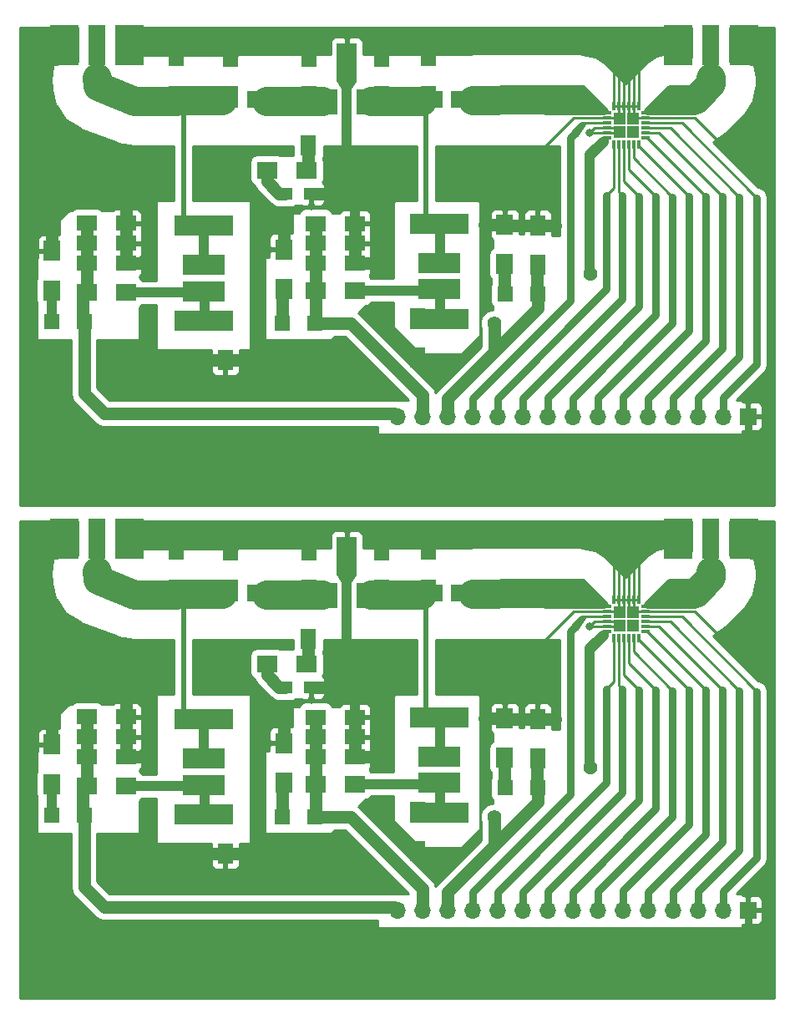
<source format=gtl>
%TF.GenerationSoftware,KiCad,Pcbnew,4.0.5*%
%TF.CreationDate,2018-01-19T21:54:26-07:00*%
%TF.ProjectId,Amplifier and Attenuator Module,416D706C696669657220616E64204174,6*%
%TF.FileFunction,Copper,L1,Top,Signal*%
%FSLAX46Y46*%
G04 Gerber Fmt 4.6, Leading zero omitted, Abs format (unit mm)*
G04 Created by KiCad (PCBNEW 4.0.5) date 01/19/18 21:54:26*
%MOMM*%
%LPD*%
G01*
G04 APERTURE LIST*
%ADD10C,0.100000*%
%ADD11R,2.000000X1.600000*%
%ADD12R,1.700000X1.700000*%
%ADD13O,1.700000X1.700000*%
%ADD14R,1.500000X1.300000*%
%ADD15R,2.000000X1.700000*%
%ADD16R,1.600000X2.000000*%
%ADD17C,0.800000*%
%ADD18R,3.000000X3.000000*%
%ADD19R,2.600000X1.800000*%
%ADD20C,4.500000*%
%ADD21R,1.780000X4.190000*%
%ADD22R,3.000000X4.190000*%
%ADD23R,1.500000X1.500000*%
%ADD24R,1.000000X2.500000*%
%ADD25R,2.000000X4.000000*%
%ADD26R,1.700000X2.000000*%
%ADD27R,0.850000X0.300000*%
%ADD28R,0.300000X0.850000*%
%ADD29R,1.300000X1.300000*%
%ADD30R,6.000000X2.000000*%
%ADD31R,4.200000X2.000000*%
%ADD32C,1.400000*%
%ADD33C,0.366000*%
%ADD34C,0.640663*%
%ADD35C,3.000000*%
%ADD36C,0.250000*%
%ADD37C,1.250000*%
%ADD38C,1.000000*%
%ADD39C,0.750000*%
%ADD40C,0.500000*%
%ADD41C,0.254000*%
G04 APERTURE END LIST*
D10*
D11*
X104589000Y-155962000D03*
X108589000Y-155962000D03*
X85386460Y-155942740D03*
X81386460Y-155942740D03*
D12*
X148442960Y-175543400D03*
D13*
X145902960Y-175543400D03*
X143362960Y-175543400D03*
X140822960Y-175543400D03*
X138282960Y-175543400D03*
X135742960Y-175543400D03*
X133202960Y-175543400D03*
X130662960Y-175543400D03*
X128122960Y-175543400D03*
X125582960Y-175543400D03*
X123042960Y-175543400D03*
X120502960Y-175543400D03*
X117962960Y-175543400D03*
X115422960Y-175543400D03*
X112882960Y-175543400D03*
D14*
X104140000Y-152908000D03*
X101440000Y-152908000D03*
D15*
X111482400Y-143387000D03*
X115482400Y-143387000D03*
X99187320Y-143400440D03*
X103187320Y-143400440D03*
X99690000Y-150558000D03*
X103690000Y-150558000D03*
X91196480Y-143410600D03*
X95196480Y-143410600D03*
D16*
X116060500Y-143012100D03*
X116060500Y-139012100D03*
X114925120Y-165567800D03*
X114925120Y-169567800D03*
X111272600Y-143024800D03*
X111272600Y-139024800D03*
X103893900Y-143062900D03*
X103893900Y-139062900D03*
X103865000Y-144058000D03*
X103865000Y-148058000D03*
X95995560Y-143020460D03*
X95995560Y-139020460D03*
X95440000Y-165808000D03*
X95440000Y-169808000D03*
X90440000Y-143008000D03*
X90440000Y-139008000D03*
D17*
X101709500Y-148664100D03*
X77854460Y-156837740D03*
X101357000Y-156686000D03*
X88120500Y-149172100D03*
X116830120Y-169567800D03*
X121446360Y-149180460D03*
X97345000Y-169808000D03*
X107477840Y-172668120D03*
X97317840Y-177748120D03*
X113520500Y-149172100D03*
X79537840Y-175208120D03*
X97010500Y-149172100D03*
X105900500Y-149172100D03*
X117965500Y-149172100D03*
X111097000Y-156291000D03*
X92237840Y-177748120D03*
X107477840Y-177748120D03*
X111171000Y-165459600D03*
X93535000Y-169808000D03*
X107940120Y-169567800D03*
X83375000Y-169808000D03*
X93200500Y-149172100D03*
X109710500Y-149172100D03*
X80500500Y-147267100D03*
X103893900Y-137157900D03*
X98027560Y-138004460D03*
X107758300Y-141557600D03*
X107758300Y-136652600D03*
X150351560Y-138004460D03*
X118601560Y-138004460D03*
X150354500Y-141776000D03*
X137651560Y-138004460D03*
X126221560Y-138004460D03*
X113521560Y-138004460D03*
X135984500Y-140766000D03*
X122411560Y-138004460D03*
X124900760Y-149180460D03*
X133841560Y-138004460D03*
X130031560Y-138004460D03*
X149084500Y-144951000D03*
X76691560Y-138004460D03*
X93201560Y-138004460D03*
X111272600Y-137119800D03*
X108557000Y-154386000D03*
X101837560Y-138004460D03*
X77960500Y-145362100D03*
X88121560Y-138004460D03*
X85354460Y-154037740D03*
D18*
X129760000Y-143418000D03*
D19*
X119563900Y-143348900D03*
X116163900Y-143348900D03*
X98891900Y-143410600D03*
X95491900Y-143410600D03*
D20*
X107040000Y-181508000D03*
X78215560Y-151085460D03*
X149084500Y-148430800D03*
D21*
X144677000Y-137881000D03*
D22*
X141352000Y-137881000D03*
X148002000Y-137881000D03*
D21*
X82397000Y-137851000D03*
D22*
X79072000Y-137851000D03*
X85722000Y-137851000D03*
D23*
X127107000Y-163091000D03*
X123807000Y-163091000D03*
X104507000Y-166091000D03*
X101207000Y-166091000D03*
X81104460Y-165942740D03*
X77804460Y-165942740D03*
D24*
X106258300Y-143612600D03*
X107758300Y-143612600D03*
X109258300Y-143612600D03*
D25*
X107758300Y-139652600D03*
D10*
G36*
X108758300Y-141627600D02*
X108258300Y-142377600D01*
X107258300Y-142377600D01*
X106758300Y-141627600D01*
X108758300Y-141627600D01*
X108758300Y-141627600D01*
G37*
D26*
X123757000Y-160091000D03*
X123757000Y-156091000D03*
X101357000Y-162591000D03*
X101357000Y-158591000D03*
D15*
X104589000Y-162743800D03*
X108589000Y-162743800D03*
X81386460Y-162927740D03*
X85386460Y-162927740D03*
D26*
X77854460Y-162742740D03*
X77854460Y-158742740D03*
D11*
X104589000Y-160000600D03*
X108589000Y-160000600D03*
X104589000Y-157968600D03*
X108589000Y-157968600D03*
X85386460Y-160006740D03*
X81386460Y-160006740D03*
X85386460Y-157974740D03*
X81386460Y-157974740D03*
D27*
X138055100Y-147267800D03*
X138055100Y-146767800D03*
X138055100Y-146267800D03*
X138055100Y-145767800D03*
X138055100Y-145267800D03*
X138055100Y-144767800D03*
D28*
X137355100Y-144067800D03*
X136855100Y-144067800D03*
X136355100Y-144067800D03*
X135855100Y-144067800D03*
X135355100Y-144067800D03*
X134855100Y-144067800D03*
D27*
X134155100Y-144767800D03*
X134155100Y-145267800D03*
X134155100Y-145767800D03*
X134155100Y-146267800D03*
X134155100Y-146767800D03*
X134155100Y-147267800D03*
D28*
X134855100Y-147967800D03*
X135355100Y-147967800D03*
X135855100Y-147967800D03*
X136355100Y-147967800D03*
X136855100Y-147967800D03*
X137355100Y-147967800D03*
D29*
X135455100Y-145367800D03*
X135455100Y-146667800D03*
X136755100Y-145367800D03*
X136755100Y-146667800D03*
D16*
X127114000Y-160144000D03*
X127114000Y-156144000D03*
D30*
X93257000Y-156206000D03*
X93257000Y-165856000D03*
D31*
X93257000Y-162881000D03*
X93257000Y-160181000D03*
X117166500Y-162636500D03*
X117166500Y-159936500D03*
D30*
X117166500Y-155961500D03*
X117166500Y-165611500D03*
D18*
X141870000Y-143418000D03*
D17*
X99932560Y-138004460D03*
X121725000Y-156091000D03*
X111097000Y-159391000D03*
X128456760Y-149180460D03*
X105918000Y-152908000D03*
X87640460Y-159244740D03*
X83675500Y-148537100D03*
X146084360Y-147504060D03*
X98814200Y-156700600D03*
X99423500Y-148664100D03*
X87640460Y-155942740D03*
X88455000Y-169808000D03*
X87640460Y-165594740D03*
X127114000Y-154112000D03*
X128892000Y-156144000D03*
X88120500Y-152982100D03*
X79299080Y-169813160D03*
X116060500Y-137107100D03*
X95995560Y-137115460D03*
X76724000Y-141802000D03*
X90440000Y-137103000D03*
X123757000Y-154059000D03*
X95440000Y-171840000D03*
X75949460Y-158742740D03*
X113020120Y-167662800D03*
X116830120Y-171472800D03*
X104140000Y-154178000D03*
X97010500Y-152982100D03*
X93200500Y-152982100D03*
X98817000Y-154146000D03*
X98817000Y-165576000D03*
X150354500Y-172256000D03*
X98814200Y-162593400D03*
X121725000Y-159901000D03*
X113470000Y-152916000D03*
X81339000Y-154059000D03*
X121471000Y-152916000D03*
X87157840Y-172668120D03*
X117915000Y-152916000D03*
X121725000Y-163711000D03*
X97317840Y-172668120D03*
X119566000Y-169553000D03*
X98814200Y-159393000D03*
X128456760Y-151720460D03*
X102397840Y-182828120D03*
X92237840Y-182828120D03*
X87157840Y-182828120D03*
X82077840Y-182828120D03*
X82077840Y-177748120D03*
X87157840Y-177748120D03*
X102397840Y-177748120D03*
X97317840Y-182828120D03*
X75949460Y-169791740D03*
X75949460Y-165600740D03*
X75949460Y-177792740D03*
X75949460Y-182872740D03*
X111287840Y-172668120D03*
X102397840Y-172668120D03*
X92237840Y-172668120D03*
X107758300Y-146557600D03*
X107758300Y-138557600D03*
X107758300Y-88519600D03*
X107758300Y-96519600D03*
X92237840Y-122630120D03*
X102397840Y-122630120D03*
X111287840Y-122630120D03*
X75949460Y-132834740D03*
X75949460Y-127754740D03*
X75949460Y-115562740D03*
X75949460Y-119753740D03*
X97317840Y-132790120D03*
X102397840Y-127710120D03*
X87157840Y-127710120D03*
X82077840Y-127710120D03*
X82077840Y-132790120D03*
X87157840Y-132790120D03*
X92237840Y-132790120D03*
X102397840Y-132790120D03*
X128456760Y-101682460D03*
X98814200Y-109355000D03*
X119566000Y-119515000D03*
X97317840Y-122630120D03*
X121725000Y-113673000D03*
X117915000Y-102878000D03*
X87157840Y-122630120D03*
X121471000Y-102878000D03*
X81339000Y-104021000D03*
X113470000Y-102878000D03*
X121725000Y-109863000D03*
X98814200Y-112555400D03*
X150354500Y-122218000D03*
X98817000Y-115538000D03*
X98817000Y-104108000D03*
X93200500Y-102944100D03*
X97010500Y-102944100D03*
X104140000Y-104140000D03*
X116830120Y-121434800D03*
X113020120Y-117624800D03*
X75949460Y-108704740D03*
X95440000Y-121802000D03*
X123757000Y-104021000D03*
X90440000Y-87065000D03*
X76724000Y-91764000D03*
X95995560Y-87077460D03*
X116060500Y-87069100D03*
X79299080Y-119775160D03*
X88120500Y-102944100D03*
X128892000Y-106106000D03*
X127114000Y-104074000D03*
X87640460Y-115556740D03*
X88455000Y-119770000D03*
X87640460Y-105904740D03*
X99423500Y-98626100D03*
X98814200Y-106662600D03*
X146084360Y-97466060D03*
X83675500Y-98499100D03*
X87640460Y-109206740D03*
X105918000Y-102870000D03*
X128456760Y-99142460D03*
X111097000Y-109353000D03*
X121725000Y-106053000D03*
X99932560Y-87966460D03*
D18*
X141870000Y-93380000D03*
D30*
X117166500Y-105923500D03*
X117166500Y-115573500D03*
D31*
X117166500Y-112598500D03*
X117166500Y-109898500D03*
X93257000Y-112843000D03*
X93257000Y-110143000D03*
D30*
X93257000Y-106168000D03*
X93257000Y-115818000D03*
D16*
X127114000Y-110106000D03*
X127114000Y-106106000D03*
D27*
X138055100Y-97229800D03*
X138055100Y-96729800D03*
X138055100Y-96229800D03*
X138055100Y-95729800D03*
X138055100Y-95229800D03*
X138055100Y-94729800D03*
D28*
X137355100Y-94029800D03*
X136855100Y-94029800D03*
X136355100Y-94029800D03*
X135855100Y-94029800D03*
X135355100Y-94029800D03*
X134855100Y-94029800D03*
D27*
X134155100Y-94729800D03*
X134155100Y-95229800D03*
X134155100Y-95729800D03*
X134155100Y-96229800D03*
X134155100Y-96729800D03*
X134155100Y-97229800D03*
D28*
X134855100Y-97929800D03*
X135355100Y-97929800D03*
X135855100Y-97929800D03*
X136355100Y-97929800D03*
X136855100Y-97929800D03*
X137355100Y-97929800D03*
D29*
X135455100Y-95329800D03*
X135455100Y-96629800D03*
X136755100Y-95329800D03*
X136755100Y-96629800D03*
D11*
X85386460Y-107936740D03*
X81386460Y-107936740D03*
X85386460Y-109968740D03*
X81386460Y-109968740D03*
X104589000Y-107930600D03*
X108589000Y-107930600D03*
X104589000Y-109962600D03*
X108589000Y-109962600D03*
D26*
X77854460Y-112704740D03*
X77854460Y-108704740D03*
D15*
X81386460Y-112889740D03*
X85386460Y-112889740D03*
X104589000Y-112705800D03*
X108589000Y-112705800D03*
D26*
X101357000Y-112553000D03*
X101357000Y-108553000D03*
X123757000Y-110053000D03*
X123757000Y-106053000D03*
D24*
X106258300Y-93574600D03*
X107758300Y-93574600D03*
X109258300Y-93574600D03*
D25*
X107758300Y-89614600D03*
D10*
G36*
X108758300Y-91589600D02*
X108258300Y-92339600D01*
X107258300Y-92339600D01*
X106758300Y-91589600D01*
X108758300Y-91589600D01*
X108758300Y-91589600D01*
G37*
D23*
X81104460Y-115904740D03*
X77804460Y-115904740D03*
X104507000Y-116053000D03*
X101207000Y-116053000D03*
X127107000Y-113053000D03*
X123807000Y-113053000D03*
D21*
X82397000Y-87813000D03*
D22*
X79072000Y-87813000D03*
X85722000Y-87813000D03*
D21*
X144677000Y-87843000D03*
D22*
X141352000Y-87843000D03*
X148002000Y-87843000D03*
D20*
X149084500Y-98392800D03*
X78215560Y-101047460D03*
X107040000Y-131470000D03*
D19*
X98891900Y-93372600D03*
X95491900Y-93372600D03*
X119563900Y-93310900D03*
X116163900Y-93310900D03*
D18*
X129760000Y-93380000D03*
D17*
X85354460Y-103999740D03*
X88121560Y-87966460D03*
X77960500Y-95324100D03*
X101837560Y-87966460D03*
X108557000Y-104348000D03*
X111272600Y-87081800D03*
X93201560Y-87966460D03*
X76691560Y-87966460D03*
X149084500Y-94913000D03*
X130031560Y-87966460D03*
X133841560Y-87966460D03*
X124900760Y-99142460D03*
X122411560Y-87966460D03*
X135984500Y-90728000D03*
X113521560Y-87966460D03*
X126221560Y-87966460D03*
X137651560Y-87966460D03*
X150354500Y-91738000D03*
X118601560Y-87966460D03*
X150351560Y-87966460D03*
X107758300Y-86614600D03*
X107758300Y-91519600D03*
X98027560Y-87966460D03*
X103893900Y-87119900D03*
X80500500Y-97229100D03*
X109710500Y-99134100D03*
X93200500Y-99134100D03*
X83375000Y-119770000D03*
X107940120Y-119529800D03*
X93535000Y-119770000D03*
X111171000Y-115421600D03*
X107477840Y-127710120D03*
X92237840Y-127710120D03*
X111097000Y-106253000D03*
X117965500Y-99134100D03*
X105900500Y-99134100D03*
X97010500Y-99134100D03*
X79537840Y-125170120D03*
X113520500Y-99134100D03*
X97317840Y-127710120D03*
X107477840Y-122630120D03*
X97345000Y-119770000D03*
X121446360Y-99142460D03*
X116830120Y-119529800D03*
X88120500Y-99134100D03*
X101357000Y-106648000D03*
X77854460Y-106799740D03*
X101709500Y-98626100D03*
D16*
X90440000Y-92970000D03*
X90440000Y-88970000D03*
X95440000Y-115770000D03*
X95440000Y-119770000D03*
X95995560Y-92982460D03*
X95995560Y-88982460D03*
X103865000Y-94020000D03*
X103865000Y-98020000D03*
X103893900Y-93024900D03*
X103893900Y-89024900D03*
X111272600Y-92986800D03*
X111272600Y-88986800D03*
X114925120Y-115529800D03*
X114925120Y-119529800D03*
X116060500Y-92974100D03*
X116060500Y-88974100D03*
D15*
X91196480Y-93372600D03*
X95196480Y-93372600D03*
X99690000Y-100520000D03*
X103690000Y-100520000D03*
X99187320Y-93362440D03*
X103187320Y-93362440D03*
X111482400Y-93349000D03*
X115482400Y-93349000D03*
D14*
X104140000Y-102870000D03*
X101440000Y-102870000D03*
D12*
X148442960Y-125505400D03*
D13*
X145902960Y-125505400D03*
X143362960Y-125505400D03*
X140822960Y-125505400D03*
X138282960Y-125505400D03*
X135742960Y-125505400D03*
X133202960Y-125505400D03*
X130662960Y-125505400D03*
X128122960Y-125505400D03*
X125582960Y-125505400D03*
X123042960Y-125505400D03*
X120502960Y-125505400D03*
X117962960Y-125505400D03*
X115422960Y-125505400D03*
X112882960Y-125505400D03*
D11*
X85386460Y-105904740D03*
X81386460Y-105904740D03*
X104589000Y-105924000D03*
X108589000Y-105924000D03*
D17*
X136746800Y-146664300D03*
X135446800Y-146664300D03*
X136746800Y-145364300D03*
X135446800Y-145364300D03*
X132357000Y-146751000D03*
X148422640Y-178693000D03*
X148422640Y-128655000D03*
X132357000Y-96713000D03*
X135446800Y-95326300D03*
X136746800Y-95326300D03*
X135446800Y-96626300D03*
X136746800Y-96626300D03*
D32*
X132457000Y-161091000D03*
X122682280Y-166104760D03*
X122682280Y-116066760D03*
X132457000Y-111053000D03*
D33*
X105332260Y-143628700D02*
X105276400Y-143628700D01*
D34*
X105256400Y-143575700D02*
X105276400Y-143555700D01*
D35*
X99643000Y-143575700D02*
X105256400Y-143575700D01*
D36*
X98579000Y-143509700D02*
X98513000Y-143575700D01*
X106271400Y-143509700D02*
X98579000Y-143509700D01*
X104310400Y-143612600D02*
X103865000Y-144058000D01*
X106258300Y-143612600D02*
X104310400Y-143612600D01*
X106258300Y-93574600D02*
X104310400Y-93574600D01*
X104310400Y-93574600D02*
X103865000Y-94020000D01*
X106271400Y-93471700D02*
X98579000Y-93471700D01*
X98579000Y-93471700D02*
X98513000Y-93537700D01*
D35*
X99643000Y-93537700D02*
X105256400Y-93537700D01*
D34*
X105256400Y-93537700D02*
X105276400Y-93517700D01*
D33*
X105332260Y-93590700D02*
X105276400Y-93590700D01*
D37*
X108614000Y-159294000D02*
X108614000Y-156294000D01*
D38*
X108557000Y-156291000D02*
X108557000Y-152291000D01*
X127079000Y-156109000D02*
X127114000Y-156144000D01*
D37*
X127114000Y-156144000D02*
X123834000Y-156144000D01*
D38*
X123834000Y-156144000D02*
X123829000Y-156149000D01*
D36*
X135346800Y-146764300D02*
X135446800Y-146664300D01*
X135046800Y-146264300D02*
X135446800Y-146664300D01*
X135346800Y-139921200D02*
X135364000Y-139904000D01*
X135346800Y-144091800D02*
X135346800Y-139921200D01*
X135846800Y-139921200D02*
X135864000Y-139904000D01*
X135846800Y-144091800D02*
X135846800Y-139921200D01*
X136346800Y-139921200D02*
X136364000Y-139904000D01*
X136346800Y-144091800D02*
X136346800Y-139921200D01*
X136846800Y-140136800D02*
X136864000Y-140119600D01*
X136846800Y-144091800D02*
X136846800Y-140136800D01*
X136864000Y-140119600D02*
X136864000Y-139904000D01*
X135846800Y-144964300D02*
X135446800Y-145364300D01*
X135846800Y-144064300D02*
X135846800Y-144964300D01*
X135346800Y-145264300D02*
X135446800Y-145364300D01*
X135346800Y-144064300D02*
X135346800Y-145264300D01*
X136346800Y-144964300D02*
X136746800Y-145364300D01*
X136346800Y-144064300D02*
X136346800Y-144964300D01*
X136846800Y-145264300D02*
X136746800Y-145364300D01*
X136846800Y-144064300D02*
X136846800Y-145264300D01*
X136846800Y-145264300D02*
X136746800Y-145364300D01*
X138046800Y-145264300D02*
X136846800Y-145264300D01*
X135346800Y-145264300D02*
X135446800Y-145364300D01*
X134146800Y-145264300D02*
X135346800Y-145264300D01*
X130756200Y-145264300D02*
X127494500Y-148526000D01*
X134146800Y-145264300D02*
X130756200Y-145264300D01*
X127494500Y-150666000D02*
X127494500Y-148526000D01*
X78957000Y-137966000D02*
X79072000Y-137851000D01*
X76694500Y-137966000D02*
X78957000Y-137966000D01*
X85837000Y-137966000D02*
X85722000Y-137851000D01*
X88124500Y-137966000D02*
X85837000Y-137966000D01*
X141267000Y-137966000D02*
X141352000Y-137881000D01*
X137654500Y-137966000D02*
X141267000Y-137966000D01*
X148087000Y-137966000D02*
X148002000Y-137881000D01*
X150354500Y-137966000D02*
X148087000Y-137966000D01*
X107757000Y-137931000D02*
X107760000Y-137928000D01*
X107757000Y-140671000D02*
X107757000Y-137931000D01*
X107757000Y-150613500D02*
X107809500Y-150666000D01*
X107757000Y-150613500D02*
X107809500Y-150666000D01*
X107757000Y-141638000D02*
X107746000Y-141649000D01*
X107757000Y-140671000D02*
X107757000Y-141638000D01*
X107757000Y-144631000D02*
X107757000Y-150613500D01*
X107757000Y-144631000D02*
X107757000Y-140671000D01*
X107757000Y-143021000D02*
X107757000Y-144631000D01*
X134146800Y-146764300D02*
X135346800Y-146764300D01*
X134146800Y-146264300D02*
X135046800Y-146264300D01*
X134146800Y-146764300D02*
X132370300Y-146764300D01*
X132843700Y-146264300D02*
X132357000Y-146751000D01*
X132370300Y-146764300D02*
X132357000Y-146751000D01*
X132843700Y-146264300D02*
X134146800Y-146264300D01*
X137346800Y-144064300D02*
X134846800Y-144064300D01*
X134846800Y-138148300D02*
X134764500Y-138066000D01*
X134846800Y-144064300D02*
X134846800Y-138148300D01*
X137346800Y-138508300D02*
X137324500Y-138486000D01*
X137346800Y-144064300D02*
X137346800Y-138508300D01*
D37*
X85364000Y-159294000D02*
X85364000Y-156044000D01*
X101357000Y-156266000D02*
X101640000Y-155983000D01*
X101357000Y-158591000D02*
X101357000Y-156266000D01*
D38*
X107757000Y-148951000D02*
X107757000Y-144631000D01*
X108557000Y-152291000D02*
X107757000Y-151491000D01*
X107757000Y-148951000D02*
X107757000Y-151491000D01*
D39*
X148442960Y-178672680D02*
X148422640Y-178693000D01*
X148442960Y-175543400D02*
X148442960Y-178672680D01*
D36*
X115050600Y-138002200D02*
X116060500Y-139012100D01*
X113644960Y-138002200D02*
X115050600Y-138002200D01*
X89398000Y-137966000D02*
X88124500Y-137966000D01*
X90440000Y-139008000D02*
X89398000Y-137966000D01*
X94883100Y-137908000D02*
X93240000Y-137908000D01*
X95995560Y-139020460D02*
X94883100Y-137908000D01*
X103906600Y-139050200D02*
X103906600Y-136706800D01*
X103893900Y-139062900D02*
X103906600Y-139050200D01*
X111272600Y-139024800D02*
X111272600Y-136706800D01*
D37*
X115597020Y-170204320D02*
X117378760Y-170204320D01*
X114960500Y-169567800D02*
X115597020Y-170204320D01*
X114808100Y-169567800D02*
X114960500Y-169567800D01*
X111171000Y-165930700D02*
X114808100Y-169567800D01*
X111171000Y-165459600D02*
X111171000Y-165930700D01*
D36*
X143017200Y-145267800D02*
X145651500Y-147902100D01*
X138055100Y-145267800D02*
X143017200Y-145267800D01*
D37*
X85386460Y-154069740D02*
X85354460Y-154037740D01*
X85386460Y-155942740D02*
X85386460Y-154069740D01*
X77854460Y-158742740D02*
X77854460Y-156837740D01*
X127114000Y-156144000D02*
X128892000Y-156144000D01*
X123757000Y-156091000D02*
X121725000Y-156091000D01*
X110487400Y-160000600D02*
X111097000Y-159391000D01*
X108589000Y-160000600D02*
X110487400Y-160000600D01*
X86878460Y-160006740D02*
X87640460Y-159244740D01*
X85386460Y-160006740D02*
X86878460Y-160006740D01*
X97345000Y-169808000D02*
X93535000Y-169808000D01*
X95440000Y-169808000D02*
X97345000Y-169808000D01*
X104140000Y-152908000D02*
X105918000Y-152908000D01*
X104140000Y-102870000D02*
X105918000Y-102870000D01*
X95440000Y-119770000D02*
X97345000Y-119770000D01*
X97345000Y-119770000D02*
X93535000Y-119770000D01*
X85386460Y-109968740D02*
X86878460Y-109968740D01*
X86878460Y-109968740D02*
X87640460Y-109206740D01*
X108589000Y-109962600D02*
X110487400Y-109962600D01*
X110487400Y-109962600D02*
X111097000Y-109353000D01*
X123757000Y-106053000D02*
X121725000Y-106053000D01*
X127114000Y-106106000D02*
X128892000Y-106106000D01*
X77854460Y-108704740D02*
X77854460Y-106799740D01*
X85386460Y-105904740D02*
X85386460Y-104031740D01*
X85386460Y-104031740D02*
X85354460Y-103999740D01*
D36*
X138055100Y-95229800D02*
X143017200Y-95229800D01*
X143017200Y-95229800D02*
X145651500Y-97864100D01*
D37*
X111171000Y-115421600D02*
X111171000Y-115892700D01*
X111171000Y-115892700D02*
X114808100Y-119529800D01*
X114808100Y-119529800D02*
X114960500Y-119529800D01*
X114960500Y-119529800D02*
X115597020Y-120166320D01*
X115597020Y-120166320D02*
X117378760Y-120166320D01*
D36*
X111272600Y-88986800D02*
X111272600Y-86668800D01*
X103893900Y-89024900D02*
X103906600Y-89012200D01*
X103906600Y-89012200D02*
X103906600Y-86668800D01*
X95995560Y-88982460D02*
X94883100Y-87870000D01*
X94883100Y-87870000D02*
X93240000Y-87870000D01*
X90440000Y-88970000D02*
X89398000Y-87928000D01*
X89398000Y-87928000D02*
X88124500Y-87928000D01*
X113644960Y-87964200D02*
X115050600Y-87964200D01*
X115050600Y-87964200D02*
X116060500Y-88974100D01*
D39*
X148442960Y-125505400D02*
X148442960Y-128634680D01*
X148442960Y-128634680D02*
X148422640Y-128655000D01*
D38*
X107757000Y-98913000D02*
X107757000Y-101453000D01*
X108557000Y-102253000D02*
X107757000Y-101453000D01*
X107757000Y-98913000D02*
X107757000Y-94593000D01*
D37*
X101357000Y-108553000D02*
X101357000Y-106228000D01*
X101357000Y-106228000D02*
X101640000Y-105945000D01*
X85364000Y-109256000D02*
X85364000Y-106006000D01*
D36*
X137346800Y-94026300D02*
X137346800Y-88470300D01*
X137346800Y-88470300D02*
X137324500Y-88448000D01*
X134846800Y-94026300D02*
X134846800Y-88110300D01*
X134846800Y-88110300D02*
X134764500Y-88028000D01*
X137346800Y-94026300D02*
X134846800Y-94026300D01*
X132843700Y-96226300D02*
X134146800Y-96226300D01*
X132370300Y-96726300D02*
X132357000Y-96713000D01*
X132843700Y-96226300D02*
X132357000Y-96713000D01*
X134146800Y-96726300D02*
X132370300Y-96726300D01*
X134146800Y-96226300D02*
X135046800Y-96226300D01*
X134146800Y-96726300D02*
X135346800Y-96726300D01*
X107757000Y-92983000D02*
X107757000Y-94593000D01*
X107757000Y-94593000D02*
X107757000Y-90633000D01*
X107757000Y-94593000D02*
X107757000Y-100575500D01*
X107757000Y-90633000D02*
X107757000Y-91600000D01*
X107757000Y-91600000D02*
X107746000Y-91611000D01*
X107757000Y-100575500D02*
X107809500Y-100628000D01*
X107757000Y-100575500D02*
X107809500Y-100628000D01*
X107757000Y-90633000D02*
X107757000Y-87893000D01*
X107757000Y-87893000D02*
X107760000Y-87890000D01*
X150354500Y-87928000D02*
X148087000Y-87928000D01*
X148087000Y-87928000D02*
X148002000Y-87843000D01*
X137654500Y-87928000D02*
X141267000Y-87928000D01*
X141267000Y-87928000D02*
X141352000Y-87843000D01*
X88124500Y-87928000D02*
X85837000Y-87928000D01*
X85837000Y-87928000D02*
X85722000Y-87813000D01*
X76694500Y-87928000D02*
X78957000Y-87928000D01*
X78957000Y-87928000D02*
X79072000Y-87813000D01*
X127494500Y-100628000D02*
X127494500Y-98488000D01*
X134146800Y-95226300D02*
X130756200Y-95226300D01*
X130756200Y-95226300D02*
X127494500Y-98488000D01*
X134146800Y-95226300D02*
X135346800Y-95226300D01*
X135346800Y-95226300D02*
X135446800Y-95326300D01*
X138046800Y-95226300D02*
X136846800Y-95226300D01*
X136846800Y-95226300D02*
X136746800Y-95326300D01*
X136846800Y-94026300D02*
X136846800Y-95226300D01*
X136846800Y-95226300D02*
X136746800Y-95326300D01*
X136346800Y-94026300D02*
X136346800Y-94926300D01*
X136346800Y-94926300D02*
X136746800Y-95326300D01*
X135346800Y-94026300D02*
X135346800Y-95226300D01*
X135346800Y-95226300D02*
X135446800Y-95326300D01*
X135846800Y-94026300D02*
X135846800Y-94926300D01*
X135846800Y-94926300D02*
X135446800Y-95326300D01*
X136864000Y-90081600D02*
X136864000Y-89866000D01*
X136846800Y-94053800D02*
X136846800Y-90098800D01*
X136846800Y-90098800D02*
X136864000Y-90081600D01*
X136346800Y-94053800D02*
X136346800Y-89883200D01*
X136346800Y-89883200D02*
X136364000Y-89866000D01*
X135846800Y-94053800D02*
X135846800Y-89883200D01*
X135846800Y-89883200D02*
X135864000Y-89866000D01*
X135346800Y-94053800D02*
X135346800Y-89883200D01*
X135346800Y-89883200D02*
X135364000Y-89866000D01*
X135046800Y-96226300D02*
X135446800Y-96626300D01*
X135346800Y-96726300D02*
X135446800Y-96626300D01*
D38*
X123834000Y-106106000D02*
X123829000Y-106111000D01*
D37*
X127114000Y-106106000D02*
X123834000Y-106106000D01*
D38*
X127079000Y-106071000D02*
X127114000Y-106106000D01*
X108557000Y-106253000D02*
X108557000Y-102253000D01*
D37*
X108614000Y-109256000D02*
X108614000Y-106256000D01*
D38*
X117226500Y-159916500D02*
X117176500Y-159866500D01*
D33*
X115673500Y-155589500D02*
X116075500Y-155991500D01*
X116075500Y-155991500D02*
X117226500Y-157091500D01*
D38*
X117226500Y-159916500D02*
X117226500Y-157091500D01*
D33*
X115541500Y-155961500D02*
X117166500Y-155961500D01*
X115266500Y-155686500D02*
X115541500Y-155961500D01*
D36*
X115781500Y-155961500D02*
X117166500Y-155961500D01*
X115266500Y-155446500D02*
X115781500Y-155961500D01*
D40*
X117166500Y-155961500D02*
X115087000Y-155961500D01*
X116400000Y-155961500D02*
X115698000Y-155259500D01*
X117166500Y-155961500D02*
X116400000Y-155961500D01*
X115849000Y-155961500D02*
X117166500Y-155961500D01*
X115698000Y-156112500D02*
X115849000Y-155961500D01*
D34*
X114586834Y-143874087D02*
X114706834Y-143994087D01*
D33*
X110380200Y-143746500D02*
X110168854Y-143535154D01*
D35*
X110168854Y-143535154D02*
X115387400Y-143514000D01*
D36*
X116631534Y-143556587D02*
X116697534Y-143622587D01*
X109217200Y-143579500D02*
X116631534Y-143556587D01*
D40*
X116658900Y-155961500D02*
X117166500Y-155961500D01*
X115795600Y-155098200D02*
X116658900Y-155961500D01*
X115795600Y-143412400D02*
X115795600Y-155098200D01*
D36*
X109846100Y-143024800D02*
X109258300Y-143612600D01*
X111272600Y-143024800D02*
X109846100Y-143024800D01*
X111272600Y-92986800D02*
X109846100Y-92986800D01*
X109846100Y-92986800D02*
X109258300Y-93574600D01*
D40*
X115795600Y-93374400D02*
X115795600Y-105060200D01*
X115795600Y-105060200D02*
X116658900Y-105923500D01*
X116658900Y-105923500D02*
X117166500Y-105923500D01*
D36*
X109217200Y-93541500D02*
X116631534Y-93518587D01*
X116631534Y-93518587D02*
X116697534Y-93584587D01*
D35*
X110168854Y-93497154D02*
X115387400Y-93476000D01*
D33*
X110380200Y-93708500D02*
X110168854Y-93497154D01*
D34*
X114586834Y-93836087D02*
X114706834Y-93956087D01*
D40*
X115698000Y-106074500D02*
X115849000Y-105923500D01*
X115849000Y-105923500D02*
X117166500Y-105923500D01*
X117166500Y-105923500D02*
X116400000Y-105923500D01*
X116400000Y-105923500D02*
X115698000Y-105221500D01*
X117166500Y-105923500D02*
X115087000Y-105923500D01*
D36*
X115266500Y-105408500D02*
X115781500Y-105923500D01*
X115781500Y-105923500D02*
X117166500Y-105923500D01*
D33*
X115266500Y-105648500D02*
X115541500Y-105923500D01*
X115541500Y-105923500D02*
X117166500Y-105923500D01*
D38*
X117226500Y-109878500D02*
X117226500Y-107053500D01*
D33*
X116075500Y-105953500D02*
X117226500Y-107053500D01*
X115673500Y-105551500D02*
X116075500Y-105953500D01*
D38*
X117226500Y-109878500D02*
X117176500Y-109828500D01*
D36*
X144157000Y-154526800D02*
X144157000Y-154491000D01*
D39*
X144157000Y-154526800D02*
X144157000Y-153221000D01*
X144157000Y-155991000D02*
X144157000Y-154526800D01*
X144157000Y-167308000D02*
X144157000Y-160891000D01*
X144157000Y-155991000D02*
X144157000Y-160891000D01*
D36*
X138200300Y-147264300D02*
X144157000Y-153221000D01*
X138200300Y-147264300D02*
X138046800Y-147264300D01*
D39*
X138282960Y-173694280D02*
X144157000Y-167820240D01*
X144157000Y-167820240D02*
X144157000Y-153221000D01*
X138282960Y-175543400D02*
X138282960Y-173694280D01*
X138282960Y-125505400D02*
X138282960Y-123656280D01*
X144157000Y-117782240D02*
X144157000Y-103183000D01*
X138282960Y-123656280D02*
X144157000Y-117782240D01*
D36*
X138200300Y-97226300D02*
X138046800Y-97226300D01*
X138200300Y-97226300D02*
X144157000Y-103183000D01*
D39*
X144157000Y-105953000D02*
X144157000Y-110853000D01*
X144157000Y-117270000D02*
X144157000Y-110853000D01*
X144157000Y-105953000D02*
X144157000Y-104488800D01*
X144157000Y-104488800D02*
X144157000Y-103183000D01*
D36*
X144157000Y-104488800D02*
X144157000Y-104453000D01*
D39*
X145857000Y-168584040D02*
X145857000Y-153240000D01*
X140822960Y-173618080D02*
X145857000Y-168584040D01*
D36*
X139381300Y-146764300D02*
X138046800Y-146764300D01*
X139381300Y-146764300D02*
X145857000Y-153240000D01*
D39*
X140822960Y-175543400D02*
X140822960Y-173618080D01*
X140822960Y-125505400D02*
X140822960Y-123580080D01*
D36*
X139381300Y-96726300D02*
X145857000Y-103202000D01*
X139381300Y-96726300D02*
X138046800Y-96726300D01*
D39*
X140822960Y-123580080D02*
X145857000Y-118546040D01*
X145857000Y-118546040D02*
X145857000Y-103202000D01*
X147557000Y-155365000D02*
X147557000Y-155291000D01*
X147557000Y-153259000D02*
X147557000Y-155365000D01*
D36*
X147557000Y-153259000D02*
X140562300Y-146264300D01*
X138046800Y-146264300D02*
X140562300Y-146264300D01*
D39*
X143362960Y-173643480D02*
X147557000Y-169449440D01*
X147557000Y-169449440D02*
X147557000Y-153259000D01*
X143362960Y-175543400D02*
X143362960Y-173643480D01*
X143362960Y-125505400D02*
X143362960Y-123605480D01*
X147557000Y-119411440D02*
X147557000Y-103221000D01*
X143362960Y-123605480D02*
X147557000Y-119411440D01*
D36*
X138046800Y-96226300D02*
X140562300Y-96226300D01*
X147557000Y-103221000D02*
X140562300Y-96226300D01*
D39*
X147557000Y-103221000D02*
X147557000Y-105327000D01*
X147557000Y-105327000D02*
X147557000Y-105253000D01*
D36*
X149357000Y-155991000D02*
X149357000Y-155791000D01*
X149337950Y-155971950D02*
X149357000Y-155991000D01*
X141743300Y-145764300D02*
X149337950Y-153358950D01*
D39*
X149337950Y-153358950D02*
X149337950Y-155971950D01*
D36*
X138046800Y-145764300D02*
X141743300Y-145764300D01*
D39*
X145902960Y-173618080D02*
X149337950Y-170183090D01*
X149337950Y-170183090D02*
X149337950Y-153358950D01*
X145902960Y-175543400D02*
X145902960Y-173618080D01*
X145902960Y-125505400D02*
X145902960Y-123580080D01*
X149337950Y-120145090D02*
X149337950Y-103320950D01*
X145902960Y-123580080D02*
X149337950Y-120145090D01*
D36*
X138046800Y-95726300D02*
X141743300Y-95726300D01*
D39*
X149337950Y-103320950D02*
X149337950Y-105933950D01*
D36*
X141743300Y-95726300D02*
X149337950Y-103320950D01*
X149337950Y-105933950D02*
X149357000Y-105953000D01*
X149357000Y-105953000D02*
X149357000Y-105753000D01*
X128017800Y-144764300D02*
X127875300Y-144764300D01*
X128017800Y-144764300D02*
X127710300Y-144764300D01*
D39*
X133831732Y-144547972D02*
X128379500Y-144076000D01*
X133831732Y-144547972D02*
X127907528Y-144547972D01*
X133019760Y-143736000D02*
X128719500Y-143736000D01*
X133831732Y-144547972D02*
X133019760Y-143736000D01*
D35*
X120889100Y-143424300D02*
X125610000Y-143418000D01*
X120509100Y-143423300D02*
X120889100Y-143424300D01*
D36*
X129760000Y-143418000D02*
X125666500Y-143418000D01*
X134051560Y-144767800D02*
X133831732Y-144547972D01*
X134155100Y-144767800D02*
X134051560Y-144767800D01*
X131128500Y-142049500D02*
X129760000Y-143418000D01*
X134155100Y-144505600D02*
X131699000Y-142049500D01*
X131699000Y-142049500D02*
X131128500Y-142049500D01*
X134155100Y-144576800D02*
X134155100Y-144505600D01*
X134155100Y-144767800D02*
X134155100Y-144576800D01*
X125666500Y-143418000D02*
X125610000Y-143418000D01*
D35*
X126390400Y-143418000D02*
X131105200Y-143418000D01*
X125666500Y-143418000D02*
X126390400Y-143418000D01*
X131105200Y-143418000D02*
X131114800Y-143408400D01*
X131114800Y-143408400D02*
X129760000Y-143418000D01*
D36*
X133908800Y-144576800D02*
X131368800Y-142036800D01*
X131368800Y-142036800D02*
X127914400Y-142036800D01*
X127914400Y-142036800D02*
X126390400Y-143560800D01*
X126390400Y-143560800D02*
X126390400Y-143418000D01*
X134155100Y-144576800D02*
X133908800Y-144576800D01*
X134155100Y-94538800D02*
X133908800Y-94538800D01*
X126390400Y-93522800D02*
X126390400Y-93380000D01*
X127914400Y-91998800D02*
X126390400Y-93522800D01*
X131368800Y-91998800D02*
X127914400Y-91998800D01*
X133908800Y-94538800D02*
X131368800Y-91998800D01*
D35*
X131114800Y-93370400D02*
X129760000Y-93380000D01*
X131105200Y-93380000D02*
X131114800Y-93370400D01*
X125666500Y-93380000D02*
X126390400Y-93380000D01*
X126390400Y-93380000D02*
X131105200Y-93380000D01*
D36*
X125666500Y-93380000D02*
X125610000Y-93380000D01*
X134155100Y-94729800D02*
X134155100Y-94538800D01*
X134155100Y-94538800D02*
X134155100Y-94467600D01*
X131699000Y-92011500D02*
X131128500Y-92011500D01*
X134155100Y-94467600D02*
X131699000Y-92011500D01*
X131128500Y-92011500D02*
X129760000Y-93380000D01*
X134155100Y-94729800D02*
X134051560Y-94729800D01*
X134051560Y-94729800D02*
X133831732Y-94509972D01*
X129760000Y-93380000D02*
X125666500Y-93380000D01*
D35*
X120509100Y-93385300D02*
X120889100Y-93386300D01*
X120889100Y-93386300D02*
X125610000Y-93380000D01*
D39*
X133831732Y-94509972D02*
X133019760Y-93698000D01*
X133019760Y-93698000D02*
X128719500Y-93698000D01*
X133831732Y-94509972D02*
X127907528Y-94509972D01*
X133831732Y-94509972D02*
X128379500Y-94038000D01*
D36*
X128017800Y-94726300D02*
X127710300Y-94726300D01*
X128017800Y-94726300D02*
X127875300Y-94726300D01*
X131943700Y-145764300D02*
X131660100Y-146047900D01*
X131943700Y-145764300D02*
X131964900Y-145764300D01*
X131964900Y-145764300D02*
X134146800Y-145764300D01*
X131964900Y-145764300D02*
X131964900Y-145764300D01*
X131964900Y-145764300D02*
X131964900Y-145763800D01*
X131964900Y-145763800D02*
X131964900Y-145764300D01*
X131964900Y-145763800D02*
X131964900Y-145763800D01*
D40*
X131609300Y-145941600D02*
X131660100Y-145890800D01*
D36*
X131930000Y-145763800D02*
X131609300Y-145763800D01*
X131964900Y-145763800D02*
X131930000Y-145763800D01*
X131609300Y-145763800D02*
X131609300Y-145941600D01*
D40*
X130796500Y-146911500D02*
X130796500Y-146754400D01*
X130796500Y-146754400D02*
X131609300Y-145941600D01*
D36*
X130796500Y-146911500D02*
X130857000Y-146851000D01*
D39*
X130857000Y-146851000D02*
X130447000Y-147261000D01*
D36*
X131070000Y-146988000D02*
X130447000Y-147261000D01*
X131930000Y-145763800D02*
X131070000Y-146988000D01*
D39*
X120502960Y-173699360D02*
X130447000Y-163755320D01*
X130447000Y-163755320D02*
X130447000Y-147261000D01*
X120502960Y-175543400D02*
X120502960Y-173699360D01*
X120502960Y-125505400D02*
X120502960Y-123661360D01*
X130447000Y-113717320D02*
X130447000Y-97223000D01*
X120502960Y-123661360D02*
X130447000Y-113717320D01*
D36*
X131930000Y-95725800D02*
X131070000Y-96950000D01*
X131070000Y-96950000D02*
X130447000Y-97223000D01*
D39*
X130857000Y-96813000D02*
X130447000Y-97223000D01*
D36*
X130796500Y-96873500D02*
X130857000Y-96813000D01*
D40*
X130796500Y-96716400D02*
X131609300Y-95903600D01*
X130796500Y-96873500D02*
X130796500Y-96716400D01*
D36*
X131609300Y-95725800D02*
X131609300Y-95903600D01*
X131964900Y-95725800D02*
X131930000Y-95725800D01*
X131930000Y-95725800D02*
X131609300Y-95725800D01*
D40*
X131609300Y-95903600D02*
X131660100Y-95852800D01*
D36*
X131964900Y-95725800D02*
X131964900Y-95725800D01*
X131964900Y-95725800D02*
X131964900Y-95726300D01*
X131964900Y-95726300D02*
X131964900Y-95725800D01*
X131964900Y-95726300D02*
X131964900Y-95726300D01*
X131964900Y-95726300D02*
X134146800Y-95726300D01*
X131943700Y-95726300D02*
X131964900Y-95726300D01*
X131943700Y-95726300D02*
X131660100Y-96009900D01*
D37*
X127064000Y-163044000D02*
X127064000Y-160194000D01*
D36*
X134150400Y-147345700D02*
X133979800Y-147345700D01*
X134146800Y-147264300D02*
X133721100Y-147772500D01*
X133721100Y-147772500D02*
X132457000Y-148954100D01*
D38*
X132399304Y-149269157D02*
X132399304Y-148936196D01*
X133760000Y-147658000D02*
X133721100Y-147696900D01*
X132399304Y-148936196D02*
X133760000Y-147658000D01*
D36*
X133736400Y-148117400D02*
X133760000Y-147658000D01*
X134155100Y-147742900D02*
X132628843Y-149269157D01*
X132628843Y-149269157D02*
X132399304Y-149269157D01*
X134155100Y-147267800D02*
X134155100Y-147742900D01*
D37*
X117962960Y-173679040D02*
X127107000Y-164535000D01*
X127107000Y-164535000D02*
X127107000Y-163091000D01*
X117962960Y-175543400D02*
X117962960Y-173679040D01*
X132399304Y-161033304D02*
X132457000Y-161091000D01*
X122682280Y-168959720D02*
X117962960Y-173679040D01*
X122682280Y-166104760D02*
X122682280Y-168959720D01*
D38*
X132399304Y-149269157D02*
X132399304Y-161033304D01*
X127064000Y-160194000D02*
X127114000Y-160144000D01*
X127064000Y-110156000D02*
X127114000Y-110106000D01*
X132399304Y-99231157D02*
X132399304Y-110995304D01*
D37*
X122682280Y-116066760D02*
X122682280Y-118921720D01*
X122682280Y-118921720D02*
X117962960Y-123641040D01*
X132399304Y-110995304D02*
X132457000Y-111053000D01*
X117962960Y-125505400D02*
X117962960Y-123641040D01*
X127107000Y-114497000D02*
X127107000Y-113053000D01*
X117962960Y-123641040D02*
X127107000Y-114497000D01*
D36*
X134155100Y-97229800D02*
X134155100Y-97704900D01*
X132628843Y-99231157D02*
X132399304Y-99231157D01*
X134155100Y-97704900D02*
X132628843Y-99231157D01*
X133736400Y-98079400D02*
X133760000Y-97620000D01*
D38*
X132399304Y-98898196D02*
X133760000Y-97620000D01*
X133760000Y-97620000D02*
X133721100Y-97658900D01*
X132399304Y-99231157D02*
X132399304Y-98898196D01*
D36*
X133721100Y-97734500D02*
X132457000Y-98916100D01*
X134146800Y-97226300D02*
X133721100Y-97734500D01*
X134150400Y-97307700D02*
X133979800Y-97307700D01*
D37*
X127064000Y-113006000D02*
X127064000Y-110156000D01*
D36*
X134846800Y-149061200D02*
X134846800Y-147964300D01*
X134846800Y-151555000D02*
X134846800Y-152330700D01*
X134846800Y-152330700D02*
X134057000Y-153120500D01*
X134846800Y-149061200D02*
X134846800Y-151555000D01*
D39*
X123042960Y-173653640D02*
X134057000Y-162639600D01*
X134057000Y-162639600D02*
X134057000Y-153120500D01*
X123042960Y-175543400D02*
X123042960Y-173653640D01*
X123042960Y-125505400D02*
X123042960Y-123615640D01*
X134057000Y-112601600D02*
X134057000Y-103082500D01*
X123042960Y-123615640D02*
X134057000Y-112601600D01*
D36*
X134846800Y-99023200D02*
X134846800Y-101517000D01*
X134846800Y-102292700D02*
X134057000Y-103082500D01*
X134846800Y-101517000D02*
X134846800Y-102292700D01*
X134846800Y-99023200D02*
X134846800Y-97926300D01*
X135657000Y-153113500D02*
X135346800Y-152803300D01*
X135346800Y-152803300D02*
X135346800Y-147964300D01*
D39*
X135657000Y-163605000D02*
X135657000Y-153113500D01*
X125582960Y-173679040D02*
X135657000Y-163605000D01*
X125582960Y-175543400D02*
X125582960Y-173679040D01*
X125582960Y-125505400D02*
X125582960Y-123641040D01*
X125582960Y-123641040D02*
X135657000Y-113567000D01*
X135657000Y-113567000D02*
X135657000Y-103075500D01*
D36*
X135346800Y-102765300D02*
X135346800Y-97926300D01*
X135657000Y-103075500D02*
X135346800Y-102765300D01*
X137357000Y-153162500D02*
X135846800Y-151652300D01*
X135846800Y-151224800D02*
X135846800Y-151251000D01*
X135846800Y-151224800D02*
X135846800Y-151652300D01*
X135846800Y-147964300D02*
X135846800Y-151224800D01*
D39*
X128122960Y-173638400D02*
X137357000Y-164404360D01*
X137357000Y-164404360D02*
X137357000Y-153162500D01*
X128122960Y-175543400D02*
X128122960Y-173638400D01*
X128122960Y-125505400D02*
X128122960Y-123600400D01*
X137357000Y-114366360D02*
X137357000Y-103124500D01*
X128122960Y-123600400D02*
X137357000Y-114366360D01*
D36*
X135846800Y-97926300D02*
X135846800Y-101186800D01*
X135846800Y-101186800D02*
X135846800Y-101614300D01*
X135846800Y-101186800D02*
X135846800Y-101213000D01*
X137357000Y-103124500D02*
X135846800Y-101614300D01*
D39*
X139057000Y-156291000D02*
X139057000Y-157391000D01*
X139057000Y-157391000D02*
X139057000Y-158191000D01*
X139057000Y-156091000D02*
X139057000Y-155991000D01*
X139057000Y-158191000D02*
X139057000Y-156091000D01*
D36*
X139057000Y-153161200D02*
X136346800Y-150451000D01*
D39*
X139057000Y-153161200D02*
X139057000Y-156091000D01*
D36*
X136346800Y-150451000D02*
X136346800Y-150451000D01*
X136346800Y-147964300D02*
X136346800Y-150451000D01*
D39*
X130662960Y-173653640D02*
X139057000Y-165259600D01*
X139057000Y-165259600D02*
X139057000Y-153161200D01*
X130662960Y-175543400D02*
X130662960Y-173653640D01*
X130662960Y-125505400D02*
X130662960Y-123615640D01*
X139057000Y-115221600D02*
X139057000Y-103123200D01*
X130662960Y-123615640D02*
X139057000Y-115221600D01*
D36*
X136346800Y-97926300D02*
X136346800Y-100413000D01*
X136346800Y-100413000D02*
X136346800Y-100413000D01*
D39*
X139057000Y-103123200D02*
X139057000Y-106053000D01*
D36*
X139057000Y-103123200D02*
X136346800Y-100413000D01*
D39*
X139057000Y-108153000D02*
X139057000Y-106053000D01*
X139057000Y-106053000D02*
X139057000Y-105953000D01*
X139057000Y-107353000D02*
X139057000Y-108153000D01*
X139057000Y-106253000D02*
X139057000Y-107353000D01*
D36*
X136846800Y-149340800D02*
X136846800Y-149340800D01*
X140757000Y-153251000D02*
X136846800Y-149340800D01*
X136846800Y-149340800D02*
X136846800Y-147964300D01*
D39*
X133202960Y-173628240D02*
X140757000Y-166074200D01*
X140757000Y-166074200D02*
X140757000Y-153251000D01*
X133202960Y-175543400D02*
X133202960Y-173628240D01*
X133202960Y-125505400D02*
X133202960Y-123590240D01*
X140757000Y-116036200D02*
X140757000Y-103213000D01*
X133202960Y-123590240D02*
X140757000Y-116036200D01*
D36*
X136846800Y-99302800D02*
X136846800Y-97926300D01*
X140757000Y-103213000D02*
X136846800Y-99302800D01*
X136846800Y-99302800D02*
X136846800Y-99302800D01*
X142457000Y-153201500D02*
X137346800Y-148091300D01*
D39*
X135742960Y-173562200D02*
X142457000Y-166848160D01*
X142457000Y-166848160D02*
X142457000Y-153201500D01*
X135742960Y-175543400D02*
X135742960Y-173562200D01*
X135742960Y-125505400D02*
X135742960Y-123524200D01*
X142457000Y-116810160D02*
X142457000Y-103163500D01*
X135742960Y-123524200D02*
X142457000Y-116810160D01*
D36*
X142457000Y-103163500D02*
X137346800Y-98053300D01*
D37*
X104614000Y-162544000D02*
X104614000Y-165944000D01*
X108157000Y-166091000D02*
X104507000Y-166091000D01*
X104614000Y-159294000D02*
X104614000Y-156294000D01*
X104614000Y-159294000D02*
X104614000Y-162544000D01*
X115107000Y-173041000D02*
X108157000Y-166091000D01*
D38*
X115327000Y-173261000D02*
X115107000Y-173041000D01*
D37*
X115400000Y-175520440D02*
X115422960Y-175543400D01*
D38*
X115400000Y-173334000D02*
X115107000Y-173041000D01*
D37*
X115400000Y-175520440D02*
X115400000Y-173334000D01*
X108157000Y-166091000D02*
X104507000Y-166091000D01*
X115422960Y-173356960D02*
X108157000Y-166091000D01*
X115422960Y-175543400D02*
X115422960Y-173356960D01*
X115422960Y-125505400D02*
X115422960Y-123318960D01*
X115422960Y-123318960D02*
X108157000Y-116053000D01*
X108157000Y-116053000D02*
X104507000Y-116053000D01*
X115400000Y-125482440D02*
X115400000Y-123296000D01*
D38*
X115400000Y-123296000D02*
X115107000Y-123003000D01*
D37*
X115400000Y-125482440D02*
X115422960Y-125505400D01*
D38*
X115327000Y-123223000D02*
X115107000Y-123003000D01*
D37*
X115107000Y-123003000D02*
X108157000Y-116053000D01*
X104614000Y-109256000D02*
X104614000Y-112506000D01*
X104614000Y-109256000D02*
X104614000Y-106256000D01*
X108157000Y-116053000D02*
X104507000Y-116053000D01*
X104614000Y-112506000D02*
X104614000Y-115906000D01*
D38*
X81014000Y-166044000D02*
X81037000Y-166021000D01*
D37*
X81364000Y-162794000D02*
X81364000Y-159294000D01*
X81014000Y-166044000D02*
X81014000Y-163144000D01*
D38*
X81014000Y-163144000D02*
X81364000Y-162794000D01*
D37*
X81364000Y-159294000D02*
X81364000Y-156044000D01*
D38*
X81014000Y-163144000D02*
X81364000Y-162794000D01*
D37*
X81104460Y-171408000D02*
X81104460Y-165942740D01*
X81104460Y-171408000D02*
X81104460Y-173172460D01*
X81104460Y-173172460D02*
X83140000Y-175208000D01*
X108874840Y-175208000D02*
X83140000Y-175208000D01*
X112547560Y-175208000D02*
X112882960Y-175543400D01*
X108874840Y-175208000D02*
X112547560Y-175208000D01*
X108874840Y-125170000D02*
X112547560Y-125170000D01*
X112547560Y-125170000D02*
X112882960Y-125505400D01*
X108874840Y-125170000D02*
X83140000Y-125170000D01*
X81104460Y-123134460D02*
X83140000Y-125170000D01*
X81104460Y-121370000D02*
X81104460Y-123134460D01*
X81104460Y-121370000D02*
X81104460Y-115904740D01*
D38*
X81014000Y-113106000D02*
X81364000Y-112756000D01*
D37*
X81364000Y-109256000D02*
X81364000Y-106006000D01*
D38*
X81014000Y-113106000D02*
X81364000Y-112756000D01*
D37*
X81014000Y-116006000D02*
X81014000Y-113106000D01*
X81364000Y-112756000D02*
X81364000Y-109256000D01*
D38*
X81014000Y-116006000D02*
X81037000Y-115983000D01*
X77857000Y-165941000D02*
X77807000Y-165991000D01*
X77857000Y-162791000D02*
X77857000Y-165941000D01*
X77857000Y-112753000D02*
X77857000Y-115903000D01*
X77857000Y-115903000D02*
X77807000Y-115953000D01*
D37*
X101214000Y-166044000D02*
X101214000Y-162694000D01*
D38*
X101214000Y-162694000D02*
X101364000Y-162544000D01*
D36*
X101214000Y-162694000D02*
X101364000Y-162544000D01*
X101214000Y-112656000D02*
X101364000Y-112506000D01*
D38*
X101214000Y-112656000D02*
X101364000Y-112506000D01*
D37*
X101214000Y-116006000D02*
X101214000Y-112656000D01*
D36*
X123464000Y-160294000D02*
X123514000Y-160244000D01*
D37*
X123764000Y-163044000D02*
X123764000Y-160494000D01*
X123764000Y-113006000D02*
X123764000Y-110456000D01*
D36*
X123464000Y-110256000D02*
X123514000Y-110206000D01*
D35*
X144684500Y-141176000D02*
X144677000Y-141761000D01*
X144677000Y-141761000D02*
X144344500Y-142107060D01*
D36*
X144344500Y-144076000D02*
X144344500Y-142107060D01*
X144677000Y-141774560D02*
X144344500Y-142107060D01*
D39*
X138914500Y-143866000D02*
X139474500Y-143306000D01*
X139474500Y-143306000D02*
X139474500Y-143306000D01*
X138234500Y-144546000D02*
X138384500Y-144546000D01*
X138234500Y-144546000D02*
X138914500Y-143866000D01*
X139474500Y-143336000D02*
X139474500Y-143306000D01*
X139474500Y-143306000D02*
X139474500Y-143336000D01*
X138954500Y-143826000D02*
X140114500Y-143826000D01*
X140634500Y-143826000D02*
X140634500Y-144186000D01*
X140114500Y-143826000D02*
X140634500Y-143826000D01*
X140634500Y-144186000D02*
X140274500Y-144546000D01*
X140274500Y-144546000D02*
X138234500Y-144546000D01*
X138914500Y-143866000D02*
X138954500Y-143826000D01*
X140114500Y-143476000D02*
X140114500Y-143826000D01*
X139614500Y-143476000D02*
X140114500Y-143476000D01*
X139474500Y-143336000D02*
X139614500Y-143476000D01*
X144094500Y-143486000D02*
X144094500Y-142403553D01*
X143034500Y-144546000D02*
X144094500Y-143486000D01*
D35*
X143204500Y-143293553D02*
X144094500Y-142403553D01*
X144344500Y-142107060D02*
X143204500Y-143293553D01*
D39*
X140274500Y-144546000D02*
X143034500Y-144546000D01*
D35*
X143204500Y-143293553D02*
X143144500Y-143356000D01*
X141404500Y-143416000D02*
X141454500Y-143416000D01*
D39*
X141404500Y-143416000D02*
X140634500Y-144186000D01*
X142054500Y-142316000D02*
X142054500Y-143416000D01*
X140464500Y-142316000D02*
X142054500Y-142316000D01*
D35*
X142054500Y-143416000D02*
X141404500Y-143416000D01*
D39*
X139474500Y-143306000D02*
X140464500Y-142316000D01*
D35*
X143082053Y-143416000D02*
X142054500Y-143416000D01*
X144094500Y-142403553D02*
X143082053Y-143416000D01*
D36*
X143082053Y-143416000D02*
X141870000Y-143418000D01*
X143080053Y-143418000D02*
X143082053Y-143416000D01*
X141870000Y-143418000D02*
X143080053Y-143418000D01*
X141870000Y-93380000D02*
X143080053Y-93380000D01*
X143080053Y-93380000D02*
X143082053Y-93378000D01*
X143082053Y-93378000D02*
X141870000Y-93380000D01*
D35*
X144094500Y-92365553D02*
X143082053Y-93378000D01*
X143082053Y-93378000D02*
X142054500Y-93378000D01*
D39*
X139474500Y-93268000D02*
X140464500Y-92278000D01*
D35*
X142054500Y-93378000D02*
X141404500Y-93378000D01*
D39*
X140464500Y-92278000D02*
X142054500Y-92278000D01*
X142054500Y-92278000D02*
X142054500Y-93378000D01*
X141404500Y-93378000D02*
X140634500Y-94148000D01*
D35*
X141404500Y-93378000D02*
X141454500Y-93378000D01*
X143204500Y-93255553D02*
X143144500Y-93318000D01*
D39*
X140274500Y-94508000D02*
X143034500Y-94508000D01*
D35*
X144344500Y-92069060D02*
X143204500Y-93255553D01*
X143204500Y-93255553D02*
X144094500Y-92365553D01*
D39*
X143034500Y-94508000D02*
X144094500Y-93448000D01*
X144094500Y-93448000D02*
X144094500Y-92365553D01*
X139474500Y-93298000D02*
X139614500Y-93438000D01*
X139614500Y-93438000D02*
X140114500Y-93438000D01*
X140114500Y-93438000D02*
X140114500Y-93788000D01*
X138914500Y-93828000D02*
X138954500Y-93788000D01*
X140274500Y-94508000D02*
X138234500Y-94508000D01*
X140634500Y-94148000D02*
X140274500Y-94508000D01*
X140114500Y-93788000D02*
X140634500Y-93788000D01*
X140634500Y-93788000D02*
X140634500Y-94148000D01*
X138954500Y-93788000D02*
X140114500Y-93788000D01*
X139474500Y-93268000D02*
X139474500Y-93298000D01*
X139474500Y-93298000D02*
X139474500Y-93268000D01*
X138234500Y-94508000D02*
X138914500Y-93828000D01*
X138234500Y-94508000D02*
X138384500Y-94508000D01*
X139474500Y-93268000D02*
X139474500Y-93268000D01*
X138914500Y-93828000D02*
X139474500Y-93268000D01*
D36*
X144677000Y-91736560D02*
X144344500Y-92069060D01*
X144344500Y-94038000D02*
X144344500Y-92069060D01*
D35*
X144677000Y-91723000D02*
X144344500Y-92069060D01*
X144684500Y-91138000D02*
X144677000Y-91723000D01*
D38*
X93317000Y-165836000D02*
X93317000Y-162861000D01*
X93267000Y-165886000D02*
X93317000Y-165836000D01*
X93321000Y-162945000D02*
X93257000Y-162881000D01*
X85357000Y-162945000D02*
X93321000Y-162945000D01*
X85357000Y-112907000D02*
X93321000Y-112907000D01*
X93321000Y-112907000D02*
X93257000Y-112843000D01*
X93267000Y-115848000D02*
X93317000Y-115798000D01*
X93317000Y-115798000D02*
X93317000Y-112823000D01*
X117226500Y-165641500D02*
X117226500Y-162616500D01*
X117226500Y-165591500D02*
X117226500Y-162616500D01*
X117176500Y-165641500D02*
X117226500Y-165591500D01*
X117273400Y-162743400D02*
X117166500Y-162636500D01*
X108506200Y-162743400D02*
X117273400Y-162743400D01*
X108506200Y-112705400D02*
X117273400Y-112705400D01*
X117273400Y-112705400D02*
X117166500Y-112598500D01*
X117176500Y-115603500D02*
X117226500Y-115553500D01*
X117226500Y-115553500D02*
X117226500Y-112578500D01*
X117226500Y-115603500D02*
X117226500Y-112578500D01*
D37*
X103865000Y-150383000D02*
X103690000Y-150558000D01*
X103865000Y-148058000D02*
X103865000Y-150383000D01*
X103865000Y-98020000D02*
X103865000Y-100345000D01*
X103865000Y-100345000D02*
X103690000Y-100520000D01*
X100890000Y-152908000D02*
X101440000Y-152908000D01*
X99690000Y-151708000D02*
X100890000Y-152908000D01*
X99690000Y-150558000D02*
X99690000Y-151708000D01*
X99690000Y-100520000D02*
X99690000Y-101670000D01*
X99690000Y-101670000D02*
X100890000Y-102870000D01*
X100890000Y-102870000D02*
X101440000Y-102870000D01*
D36*
X138046800Y-144764300D02*
X138328700Y-144764300D01*
X138046800Y-144764300D02*
X138046800Y-144761200D01*
X138046800Y-144764300D02*
X138048700Y-144764300D01*
X144677000Y-137881000D02*
X144677000Y-141774560D01*
X144677000Y-87843000D02*
X144677000Y-91736560D01*
X138046800Y-94726300D02*
X138048700Y-94726300D01*
X138046800Y-94726300D02*
X138046800Y-94723200D01*
X138046800Y-94726300D02*
X138328700Y-94726300D01*
D38*
X93317000Y-160161000D02*
X93267000Y-160111000D01*
X93267000Y-160111000D02*
X93267000Y-156236000D01*
D34*
X95106560Y-143502040D02*
X94137374Y-143462571D01*
D36*
X94882000Y-156206000D02*
X93257000Y-156206000D01*
X95357000Y-155731000D02*
X94882000Y-156206000D01*
D33*
X94217374Y-143515571D02*
X94257374Y-143515571D01*
D40*
X95221000Y-156206000D02*
X95632000Y-155795000D01*
X93257000Y-156206000D02*
X95221000Y-156206000D01*
X95284500Y-156206000D02*
X95632000Y-155858500D01*
X93257000Y-156206000D02*
X95284500Y-156206000D01*
X95440500Y-156206000D02*
X93257000Y-156206000D01*
X95632000Y-156014500D02*
X95440500Y-156206000D01*
D36*
X95113091Y-143508571D02*
X95106560Y-143502040D01*
X96582374Y-143508571D02*
X95113091Y-143508571D01*
X82397000Y-141128500D02*
X82409500Y-141141000D01*
D35*
X82409500Y-141141000D02*
X82460500Y-142065000D01*
X86219100Y-143517280D02*
X95106560Y-143502040D01*
X82460500Y-142065000D02*
X86219100Y-143517280D01*
D36*
X82397000Y-137851000D02*
X82397000Y-141128500D01*
D40*
X95466120Y-156206000D02*
X93257000Y-156206000D01*
X95491900Y-156231780D02*
X95466120Y-156206000D01*
X91625840Y-156206000D02*
X93257000Y-156206000D01*
X91196480Y-156635360D02*
X91625840Y-156206000D01*
X91196480Y-143410600D02*
X91196480Y-156635360D01*
D36*
X91196480Y-143410600D02*
X90440000Y-143008000D01*
X95491900Y-143410600D02*
X91196480Y-143410600D01*
X95106560Y-143502040D02*
X95491900Y-143410600D01*
X95400460Y-143502040D02*
X95106560Y-143502040D01*
X95491900Y-143410600D02*
X95400460Y-143502040D01*
X95491900Y-93372600D02*
X95400460Y-93464040D01*
X95400460Y-93464040D02*
X95106560Y-93464040D01*
X95106560Y-93464040D02*
X95491900Y-93372600D01*
X95491900Y-93372600D02*
X91196480Y-93372600D01*
X91196480Y-93372600D02*
X90440000Y-92970000D01*
D40*
X91196480Y-93372600D02*
X91196480Y-106597360D01*
X91196480Y-106597360D02*
X91625840Y-106168000D01*
X91625840Y-106168000D02*
X93257000Y-106168000D01*
X95491900Y-106193780D02*
X95466120Y-106168000D01*
X95466120Y-106168000D02*
X93257000Y-106168000D01*
D36*
X82397000Y-87813000D02*
X82397000Y-91090500D01*
D35*
X82460500Y-92027000D02*
X86219100Y-93479280D01*
X86219100Y-93479280D02*
X95106560Y-93464040D01*
X82409500Y-91103000D02*
X82460500Y-92027000D01*
D36*
X82397000Y-91090500D02*
X82409500Y-91103000D01*
X96582374Y-93470571D02*
X95113091Y-93470571D01*
X95113091Y-93470571D02*
X95106560Y-93464040D01*
D40*
X95632000Y-105976500D02*
X95440500Y-106168000D01*
X95440500Y-106168000D02*
X93257000Y-106168000D01*
X93257000Y-106168000D02*
X95284500Y-106168000D01*
X95284500Y-106168000D02*
X95632000Y-105820500D01*
X93257000Y-106168000D02*
X95221000Y-106168000D01*
X95221000Y-106168000D02*
X95632000Y-105757000D01*
D33*
X94217374Y-93477571D02*
X94257374Y-93477571D01*
D36*
X95357000Y-105693000D02*
X94882000Y-106168000D01*
X94882000Y-106168000D02*
X93257000Y-106168000D01*
D34*
X95106560Y-93464040D02*
X94137374Y-93424571D01*
D38*
X93267000Y-110073000D02*
X93267000Y-106198000D01*
X93317000Y-110123000D02*
X93267000Y-110073000D01*
D41*
G36*
X80450000Y-89538830D02*
X78061989Y-89780948D01*
X78028641Y-89788985D01*
X77986247Y-89816265D01*
X77957806Y-89857890D01*
X77947800Y-89907300D01*
X77947800Y-89925354D01*
X77783547Y-91340457D01*
X77782901Y-91362244D01*
X77833701Y-92263944D01*
X77837007Y-92286438D01*
X78218007Y-93873938D01*
X78230007Y-93905114D01*
X78306207Y-94044814D01*
X78315074Y-94058812D01*
X79305674Y-95417712D01*
X79341420Y-95450863D01*
X80776520Y-96339863D01*
X80797701Y-96350393D01*
X84518801Y-97785493D01*
X84540693Y-97791749D01*
X86204393Y-98109249D01*
X86228312Y-98111500D01*
X90219480Y-98107981D01*
X90219480Y-103550000D01*
X88552000Y-103550000D01*
X88505841Y-103558685D01*
X88463447Y-103585965D01*
X88435006Y-103627590D01*
X88425000Y-103677000D01*
X88425000Y-111680000D01*
X87018883Y-111680000D01*
X86917788Y-111522894D01*
X86724000Y-111390483D01*
X86724000Y-111316245D01*
X86746158Y-111307067D01*
X86924787Y-111128439D01*
X87021460Y-110895050D01*
X87021460Y-110254490D01*
X86862710Y-110095740D01*
X86724000Y-110095740D01*
X86724000Y-110003000D01*
X86715315Y-109956841D01*
X86688035Y-109914447D01*
X86646410Y-109886006D01*
X86597000Y-109876000D01*
X85239460Y-109876000D01*
X85239460Y-109841740D01*
X85259460Y-109841740D01*
X85259460Y-108063740D01*
X85513460Y-108063740D01*
X85513460Y-109841740D01*
X86862710Y-109841740D01*
X87021460Y-109682990D01*
X87021460Y-109042430D01*
X86984309Y-108952740D01*
X87021460Y-108863050D01*
X87021460Y-108222490D01*
X86862710Y-108063740D01*
X85513460Y-108063740D01*
X85259460Y-108063740D01*
X85239460Y-108063740D01*
X85239460Y-107809740D01*
X85259460Y-107809740D01*
X85259460Y-106031740D01*
X85513460Y-106031740D01*
X85513460Y-107809740D01*
X86862710Y-107809740D01*
X87021460Y-107650990D01*
X87021460Y-107010430D01*
X86984309Y-106920740D01*
X87021460Y-106831050D01*
X87021460Y-106190490D01*
X86862710Y-106031740D01*
X85513460Y-106031740D01*
X85259460Y-106031740D01*
X85239460Y-106031740D01*
X85239460Y-105777740D01*
X85259460Y-105777740D01*
X85259460Y-104628490D01*
X85513460Y-104628490D01*
X85513460Y-105777740D01*
X86862710Y-105777740D01*
X87021460Y-105618990D01*
X87021460Y-104978430D01*
X86924787Y-104745041D01*
X86746158Y-104566413D01*
X86512769Y-104469740D01*
X85672210Y-104469740D01*
X85513460Y-104628490D01*
X85259460Y-104628490D01*
X85100710Y-104469740D01*
X84260151Y-104469740D01*
X84027759Y-104566000D01*
X82885745Y-104566000D01*
X82674845Y-104421897D01*
X82386460Y-104363498D01*
X80386460Y-104363498D01*
X80117050Y-104414191D01*
X79881133Y-104566000D01*
X79697000Y-104566000D01*
X79649211Y-104575334D01*
X79607197Y-104603197D01*
X78637197Y-105573197D01*
X78610006Y-105613590D01*
X78600000Y-105663000D01*
X78600000Y-107069740D01*
X78140210Y-107069740D01*
X77981460Y-107228490D01*
X77981460Y-108577740D01*
X78001460Y-108577740D01*
X78001460Y-108831740D01*
X77981460Y-108831740D01*
X77981460Y-108851740D01*
X77727460Y-108851740D01*
X77727460Y-108831740D01*
X76528210Y-108831740D01*
X76369460Y-108990490D01*
X76369460Y-109388443D01*
X76348447Y-109401965D01*
X76320006Y-109443590D01*
X76310000Y-109493000D01*
X76310000Y-111473722D01*
X76263218Y-111704740D01*
X76263218Y-113704740D01*
X76310000Y-113953365D01*
X76310000Y-117613000D01*
X76318685Y-117659159D01*
X76345965Y-117701553D01*
X76387590Y-117729994D01*
X76437000Y-117740000D01*
X79752460Y-117740000D01*
X79752460Y-123134460D01*
X79845141Y-123600400D01*
X79855375Y-123651848D01*
X80148452Y-124090468D01*
X82183991Y-126126008D01*
X82421389Y-126284632D01*
X82622612Y-126419085D01*
X83140000Y-126522000D01*
X110834320Y-126522000D01*
X110834320Y-127138480D01*
X110843005Y-127184639D01*
X110870285Y-127227033D01*
X110911910Y-127255474D01*
X110961320Y-127265480D01*
X147749920Y-127265480D01*
X147796079Y-127256795D01*
X147838473Y-127229515D01*
X147866914Y-127187890D01*
X147876920Y-127138480D01*
X147876920Y-126990400D01*
X148157210Y-126990400D01*
X148315960Y-126831650D01*
X148315960Y-125632400D01*
X148569960Y-125632400D01*
X148569960Y-126831650D01*
X148728710Y-126990400D01*
X149419270Y-126990400D01*
X149652659Y-126893727D01*
X149831287Y-126715098D01*
X149927960Y-126481709D01*
X149927960Y-125791150D01*
X149769210Y-125632400D01*
X148569960Y-125632400D01*
X148315960Y-125632400D01*
X148295960Y-125632400D01*
X148295960Y-125378400D01*
X148315960Y-125378400D01*
X148315960Y-124179150D01*
X148569960Y-124179150D01*
X148569960Y-125378400D01*
X149769210Y-125378400D01*
X149927960Y-125219650D01*
X149927960Y-124529091D01*
X149831287Y-124295702D01*
X149652659Y-124117073D01*
X149419270Y-124020400D01*
X148728710Y-124020400D01*
X148569960Y-124179150D01*
X148315960Y-124179150D01*
X148157210Y-124020400D01*
X147876920Y-124020400D01*
X147876920Y-123938480D01*
X147868235Y-123892321D01*
X147840955Y-123849927D01*
X147799330Y-123821486D01*
X147749920Y-123811480D01*
X147230024Y-123811480D01*
X150117179Y-120924324D01*
X150117182Y-120924322D01*
X150356065Y-120566807D01*
X150439950Y-120145090D01*
X150439950Y-103320950D01*
X150356065Y-102899233D01*
X150117182Y-102541718D01*
X149759667Y-102302835D01*
X149466413Y-102244503D01*
X144856992Y-97635082D01*
X146330761Y-96668290D01*
X146350382Y-96652420D01*
X147455282Y-95560220D01*
X147461456Y-95553668D01*
X148007556Y-94931368D01*
X148018345Y-94917177D01*
X148958145Y-93482077D01*
X148976615Y-93436484D01*
X149294115Y-91785484D01*
X149296285Y-91766899D01*
X149321685Y-91169999D01*
X149319235Y-91139205D01*
X149065235Y-89894605D01*
X149040997Y-89841964D01*
X149002743Y-89809130D01*
X148954728Y-89793766D01*
X146621300Y-89536307D01*
X146621300Y-86072000D01*
X151038000Y-86072000D01*
X151038000Y-134468000D01*
X74642000Y-134468000D01*
X74642000Y-107578431D01*
X76369460Y-107578431D01*
X76369460Y-108418990D01*
X76528210Y-108577740D01*
X77727460Y-108577740D01*
X77727460Y-107228490D01*
X77568710Y-107069740D01*
X76878150Y-107069740D01*
X76644761Y-107166413D01*
X76466133Y-107345042D01*
X76369460Y-107578431D01*
X74642000Y-107578431D01*
X74642000Y-86072000D01*
X80450000Y-86072000D01*
X80450000Y-89538830D01*
X80450000Y-89538830D01*
G37*
X80450000Y-89538830D02*
X78061989Y-89780948D01*
X78028641Y-89788985D01*
X77986247Y-89816265D01*
X77957806Y-89857890D01*
X77947800Y-89907300D01*
X77947800Y-89925354D01*
X77783547Y-91340457D01*
X77782901Y-91362244D01*
X77833701Y-92263944D01*
X77837007Y-92286438D01*
X78218007Y-93873938D01*
X78230007Y-93905114D01*
X78306207Y-94044814D01*
X78315074Y-94058812D01*
X79305674Y-95417712D01*
X79341420Y-95450863D01*
X80776520Y-96339863D01*
X80797701Y-96350393D01*
X84518801Y-97785493D01*
X84540693Y-97791749D01*
X86204393Y-98109249D01*
X86228312Y-98111500D01*
X90219480Y-98107981D01*
X90219480Y-103550000D01*
X88552000Y-103550000D01*
X88505841Y-103558685D01*
X88463447Y-103585965D01*
X88435006Y-103627590D01*
X88425000Y-103677000D01*
X88425000Y-111680000D01*
X87018883Y-111680000D01*
X86917788Y-111522894D01*
X86724000Y-111390483D01*
X86724000Y-111316245D01*
X86746158Y-111307067D01*
X86924787Y-111128439D01*
X87021460Y-110895050D01*
X87021460Y-110254490D01*
X86862710Y-110095740D01*
X86724000Y-110095740D01*
X86724000Y-110003000D01*
X86715315Y-109956841D01*
X86688035Y-109914447D01*
X86646410Y-109886006D01*
X86597000Y-109876000D01*
X85239460Y-109876000D01*
X85239460Y-109841740D01*
X85259460Y-109841740D01*
X85259460Y-108063740D01*
X85513460Y-108063740D01*
X85513460Y-109841740D01*
X86862710Y-109841740D01*
X87021460Y-109682990D01*
X87021460Y-109042430D01*
X86984309Y-108952740D01*
X87021460Y-108863050D01*
X87021460Y-108222490D01*
X86862710Y-108063740D01*
X85513460Y-108063740D01*
X85259460Y-108063740D01*
X85239460Y-108063740D01*
X85239460Y-107809740D01*
X85259460Y-107809740D01*
X85259460Y-106031740D01*
X85513460Y-106031740D01*
X85513460Y-107809740D01*
X86862710Y-107809740D01*
X87021460Y-107650990D01*
X87021460Y-107010430D01*
X86984309Y-106920740D01*
X87021460Y-106831050D01*
X87021460Y-106190490D01*
X86862710Y-106031740D01*
X85513460Y-106031740D01*
X85259460Y-106031740D01*
X85239460Y-106031740D01*
X85239460Y-105777740D01*
X85259460Y-105777740D01*
X85259460Y-104628490D01*
X85513460Y-104628490D01*
X85513460Y-105777740D01*
X86862710Y-105777740D01*
X87021460Y-105618990D01*
X87021460Y-104978430D01*
X86924787Y-104745041D01*
X86746158Y-104566413D01*
X86512769Y-104469740D01*
X85672210Y-104469740D01*
X85513460Y-104628490D01*
X85259460Y-104628490D01*
X85100710Y-104469740D01*
X84260151Y-104469740D01*
X84027759Y-104566000D01*
X82885745Y-104566000D01*
X82674845Y-104421897D01*
X82386460Y-104363498D01*
X80386460Y-104363498D01*
X80117050Y-104414191D01*
X79881133Y-104566000D01*
X79697000Y-104566000D01*
X79649211Y-104575334D01*
X79607197Y-104603197D01*
X78637197Y-105573197D01*
X78610006Y-105613590D01*
X78600000Y-105663000D01*
X78600000Y-107069740D01*
X78140210Y-107069740D01*
X77981460Y-107228490D01*
X77981460Y-108577740D01*
X78001460Y-108577740D01*
X78001460Y-108831740D01*
X77981460Y-108831740D01*
X77981460Y-108851740D01*
X77727460Y-108851740D01*
X77727460Y-108831740D01*
X76528210Y-108831740D01*
X76369460Y-108990490D01*
X76369460Y-109388443D01*
X76348447Y-109401965D01*
X76320006Y-109443590D01*
X76310000Y-109493000D01*
X76310000Y-111473722D01*
X76263218Y-111704740D01*
X76263218Y-113704740D01*
X76310000Y-113953365D01*
X76310000Y-117613000D01*
X76318685Y-117659159D01*
X76345965Y-117701553D01*
X76387590Y-117729994D01*
X76437000Y-117740000D01*
X79752460Y-117740000D01*
X79752460Y-123134460D01*
X79845141Y-123600400D01*
X79855375Y-123651848D01*
X80148452Y-124090468D01*
X82183991Y-126126008D01*
X82421389Y-126284632D01*
X82622612Y-126419085D01*
X83140000Y-126522000D01*
X110834320Y-126522000D01*
X110834320Y-127138480D01*
X110843005Y-127184639D01*
X110870285Y-127227033D01*
X110911910Y-127255474D01*
X110961320Y-127265480D01*
X147749920Y-127265480D01*
X147796079Y-127256795D01*
X147838473Y-127229515D01*
X147866914Y-127187890D01*
X147876920Y-127138480D01*
X147876920Y-126990400D01*
X148157210Y-126990400D01*
X148315960Y-126831650D01*
X148315960Y-125632400D01*
X148569960Y-125632400D01*
X148569960Y-126831650D01*
X148728710Y-126990400D01*
X149419270Y-126990400D01*
X149652659Y-126893727D01*
X149831287Y-126715098D01*
X149927960Y-126481709D01*
X149927960Y-125791150D01*
X149769210Y-125632400D01*
X148569960Y-125632400D01*
X148315960Y-125632400D01*
X148295960Y-125632400D01*
X148295960Y-125378400D01*
X148315960Y-125378400D01*
X148315960Y-124179150D01*
X148569960Y-124179150D01*
X148569960Y-125378400D01*
X149769210Y-125378400D01*
X149927960Y-125219650D01*
X149927960Y-124529091D01*
X149831287Y-124295702D01*
X149652659Y-124117073D01*
X149419270Y-124020400D01*
X148728710Y-124020400D01*
X148569960Y-124179150D01*
X148315960Y-124179150D01*
X148157210Y-124020400D01*
X147876920Y-124020400D01*
X147876920Y-123938480D01*
X147868235Y-123892321D01*
X147840955Y-123849927D01*
X147799330Y-123821486D01*
X147749920Y-123811480D01*
X147230024Y-123811480D01*
X150117179Y-120924324D01*
X150117182Y-120924322D01*
X150356065Y-120566807D01*
X150439950Y-120145090D01*
X150439950Y-103320950D01*
X150356065Y-102899233D01*
X150117182Y-102541718D01*
X149759667Y-102302835D01*
X149466413Y-102244503D01*
X144856992Y-97635082D01*
X146330761Y-96668290D01*
X146350382Y-96652420D01*
X147455282Y-95560220D01*
X147461456Y-95553668D01*
X148007556Y-94931368D01*
X148018345Y-94917177D01*
X148958145Y-93482077D01*
X148976615Y-93436484D01*
X149294115Y-91785484D01*
X149296285Y-91766899D01*
X149321685Y-91169999D01*
X149319235Y-91139205D01*
X149065235Y-89894605D01*
X149040997Y-89841964D01*
X149002743Y-89809130D01*
X148954728Y-89793766D01*
X146621300Y-89536307D01*
X146621300Y-86072000D01*
X151038000Y-86072000D01*
X151038000Y-134468000D01*
X74642000Y-134468000D01*
X74642000Y-107578431D01*
X76369460Y-107578431D01*
X76369460Y-108418990D01*
X76528210Y-108577740D01*
X77727460Y-108577740D01*
X77727460Y-107228490D01*
X77568710Y-107069740D01*
X76878150Y-107069740D01*
X76644761Y-107166413D01*
X76466133Y-107345042D01*
X76369460Y-107578431D01*
X74642000Y-107578431D01*
X74642000Y-86072000D01*
X80450000Y-86072000D01*
X80450000Y-89538830D01*
G36*
X114818600Y-103627000D02*
X112617000Y-103627000D01*
X112570841Y-103635685D01*
X112528447Y-103662965D01*
X112500006Y-103704590D01*
X112490000Y-103754000D01*
X112490000Y-111478400D01*
X110210059Y-111478400D01*
X110120328Y-111338954D01*
X110094000Y-111320965D01*
X110094000Y-111155626D01*
X110127327Y-111122299D01*
X110224000Y-110888910D01*
X110224000Y-110248350D01*
X110094000Y-110118350D01*
X110094000Y-110003000D01*
X110085315Y-109956841D01*
X110058035Y-109914447D01*
X110016410Y-109886006D01*
X109967000Y-109876000D01*
X108442000Y-109876000D01*
X108442000Y-109835600D01*
X108462000Y-109835600D01*
X108462000Y-108057600D01*
X108716000Y-108057600D01*
X108716000Y-109835600D01*
X110065250Y-109835600D01*
X110224000Y-109676850D01*
X110224000Y-109036290D01*
X110186849Y-108946600D01*
X110224000Y-108856910D01*
X110224000Y-108216350D01*
X110065250Y-108057600D01*
X108716000Y-108057600D01*
X108462000Y-108057600D01*
X108442000Y-108057600D01*
X108442000Y-107803600D01*
X108462000Y-107803600D01*
X108462000Y-106051000D01*
X108716000Y-106051000D01*
X108716000Y-107803600D01*
X110065250Y-107803600D01*
X110224000Y-107644850D01*
X110224000Y-107004290D01*
X110192110Y-106927300D01*
X110224000Y-106850310D01*
X110224000Y-106209750D01*
X110065250Y-106051000D01*
X108716000Y-106051000D01*
X108462000Y-106051000D01*
X108442000Y-106051000D01*
X108442000Y-105797000D01*
X108462000Y-105797000D01*
X108462000Y-104647750D01*
X108716000Y-104647750D01*
X108716000Y-105797000D01*
X110065250Y-105797000D01*
X110224000Y-105638250D01*
X110224000Y-104997690D01*
X110127327Y-104764301D01*
X109948698Y-104585673D01*
X109715309Y-104489000D01*
X108874750Y-104489000D01*
X108716000Y-104647750D01*
X108462000Y-104647750D01*
X108303250Y-104489000D01*
X107462691Y-104489000D01*
X107229302Y-104585673D01*
X107050673Y-104764301D01*
X107025116Y-104826000D01*
X106261152Y-104826000D01*
X106120328Y-104607154D01*
X105877385Y-104441157D01*
X105589000Y-104382758D01*
X103589000Y-104382758D01*
X103319590Y-104433451D01*
X103072154Y-104592672D01*
X102912727Y-104826000D01*
X102347000Y-104826000D01*
X102300841Y-104834685D01*
X102258447Y-104861965D01*
X102230006Y-104903590D01*
X102220000Y-104953000D01*
X102220000Y-106918000D01*
X101642750Y-106918000D01*
X101484000Y-107076750D01*
X101484000Y-108426000D01*
X101504000Y-108426000D01*
X101504000Y-108680000D01*
X101484000Y-108680000D01*
X101484000Y-108700000D01*
X101230000Y-108700000D01*
X101230000Y-108680000D01*
X100030750Y-108680000D01*
X99872000Y-108838750D01*
X99872000Y-109366000D01*
X99557000Y-109366000D01*
X99510841Y-109374685D01*
X99468447Y-109401965D01*
X99440006Y-109443590D01*
X99430000Y-109493000D01*
X99430000Y-117613000D01*
X99438685Y-117659159D01*
X99465965Y-117701553D01*
X99507590Y-117729994D01*
X99557000Y-117740000D01*
X106157000Y-117740000D01*
X106204789Y-117730666D01*
X106246803Y-117702803D01*
X106544606Y-117405000D01*
X107596984Y-117405000D01*
X114003463Y-123811480D01*
X110961320Y-123811480D01*
X110926668Y-123818000D01*
X83700017Y-123818000D01*
X82456460Y-122574444D01*
X82456460Y-120055750D01*
X94005000Y-120055750D01*
X94005000Y-120896309D01*
X94101673Y-121129698D01*
X94280301Y-121308327D01*
X94513690Y-121405000D01*
X95154250Y-121405000D01*
X95313000Y-121246250D01*
X95313000Y-119897000D01*
X95567000Y-119897000D01*
X95567000Y-121246250D01*
X95725750Y-121405000D01*
X96366310Y-121405000D01*
X96599699Y-121308327D01*
X96778327Y-121129698D01*
X96875000Y-120896309D01*
X96875000Y-120055750D01*
X96716250Y-119897000D01*
X95567000Y-119897000D01*
X95313000Y-119897000D01*
X94163750Y-119897000D01*
X94005000Y-120055750D01*
X82456460Y-120055750D01*
X82456460Y-117740000D01*
X86597000Y-117740000D01*
X86643159Y-117731315D01*
X86685553Y-117704035D01*
X86713994Y-117662410D01*
X86724000Y-117613000D01*
X86724000Y-114386448D01*
X86903306Y-114271068D01*
X86996961Y-114134000D01*
X88425000Y-114134000D01*
X88425000Y-118623000D01*
X88433685Y-118669159D01*
X88460965Y-118711553D01*
X88502590Y-118739994D01*
X88552000Y-118750000D01*
X94005000Y-118750000D01*
X94005000Y-119484250D01*
X94163750Y-119643000D01*
X95313000Y-119643000D01*
X95313000Y-119623000D01*
X95567000Y-119623000D01*
X95567000Y-119643000D01*
X96716250Y-119643000D01*
X96875000Y-119484250D01*
X96875000Y-118750000D01*
X97909000Y-118750000D01*
X97955159Y-118741315D01*
X97997553Y-118714035D01*
X98025994Y-118672410D01*
X98036000Y-118623000D01*
X98036000Y-107426691D01*
X99872000Y-107426691D01*
X99872000Y-108267250D01*
X100030750Y-108426000D01*
X101230000Y-108426000D01*
X101230000Y-107076750D01*
X101071250Y-106918000D01*
X100380690Y-106918000D01*
X100147301Y-107014673D01*
X99968673Y-107193302D01*
X99872000Y-107426691D01*
X98036000Y-107426691D01*
X98036000Y-103677000D01*
X98027315Y-103630841D01*
X98000035Y-103588447D01*
X97958410Y-103560006D01*
X97909000Y-103550000D01*
X92173480Y-103550000D01*
X92173480Y-98106259D01*
X102323758Y-98097311D01*
X102323758Y-99020000D01*
X102327410Y-99039411D01*
X102321832Y-99043000D01*
X101060113Y-99043000D01*
X100978385Y-98987157D01*
X100690000Y-98928758D01*
X98690000Y-98928758D01*
X98420590Y-98979451D01*
X98173154Y-99138672D01*
X98007157Y-99381615D01*
X97948758Y-99670000D01*
X97948758Y-101370000D01*
X97999451Y-101639410D01*
X98158672Y-101886846D01*
X98401615Y-102052843D01*
X98414679Y-102055488D01*
X98425769Y-102111242D01*
X98440915Y-102187388D01*
X98733992Y-102626008D01*
X99933991Y-103826008D01*
X100090139Y-103930343D01*
X100158672Y-104036846D01*
X100401615Y-104202843D01*
X100690000Y-104261242D01*
X102190000Y-104261242D01*
X102459410Y-104210549D01*
X102597019Y-104122000D01*
X103184022Y-104122000D01*
X103263691Y-104155000D01*
X103854250Y-104155000D01*
X104013000Y-103996250D01*
X104013000Y-102997000D01*
X104267000Y-102997000D01*
X104267000Y-103996250D01*
X104425750Y-104155000D01*
X105016309Y-104155000D01*
X105249698Y-104058327D01*
X105428327Y-103879699D01*
X105525000Y-103646310D01*
X105525000Y-103155750D01*
X105366250Y-102997000D01*
X104267000Y-102997000D01*
X104013000Y-102997000D01*
X103993000Y-102997000D01*
X103993000Y-102743000D01*
X104013000Y-102743000D01*
X104013000Y-102723000D01*
X104267000Y-102723000D01*
X104267000Y-102743000D01*
X105366250Y-102743000D01*
X105525000Y-102584250D01*
X105525000Y-102093690D01*
X105428327Y-101860301D01*
X105313403Y-101745378D01*
X105372843Y-101658385D01*
X105431242Y-101370000D01*
X105431242Y-99670000D01*
X105380549Y-99400590D01*
X105334131Y-99328454D01*
X105347843Y-99308385D01*
X105406242Y-99020000D01*
X105406242Y-98094593D01*
X114818600Y-98086296D01*
X114818600Y-103627000D01*
X114818600Y-103627000D01*
G37*
X114818600Y-103627000D02*
X112617000Y-103627000D01*
X112570841Y-103635685D01*
X112528447Y-103662965D01*
X112500006Y-103704590D01*
X112490000Y-103754000D01*
X112490000Y-111478400D01*
X110210059Y-111478400D01*
X110120328Y-111338954D01*
X110094000Y-111320965D01*
X110094000Y-111155626D01*
X110127327Y-111122299D01*
X110224000Y-110888910D01*
X110224000Y-110248350D01*
X110094000Y-110118350D01*
X110094000Y-110003000D01*
X110085315Y-109956841D01*
X110058035Y-109914447D01*
X110016410Y-109886006D01*
X109967000Y-109876000D01*
X108442000Y-109876000D01*
X108442000Y-109835600D01*
X108462000Y-109835600D01*
X108462000Y-108057600D01*
X108716000Y-108057600D01*
X108716000Y-109835600D01*
X110065250Y-109835600D01*
X110224000Y-109676850D01*
X110224000Y-109036290D01*
X110186849Y-108946600D01*
X110224000Y-108856910D01*
X110224000Y-108216350D01*
X110065250Y-108057600D01*
X108716000Y-108057600D01*
X108462000Y-108057600D01*
X108442000Y-108057600D01*
X108442000Y-107803600D01*
X108462000Y-107803600D01*
X108462000Y-106051000D01*
X108716000Y-106051000D01*
X108716000Y-107803600D01*
X110065250Y-107803600D01*
X110224000Y-107644850D01*
X110224000Y-107004290D01*
X110192110Y-106927300D01*
X110224000Y-106850310D01*
X110224000Y-106209750D01*
X110065250Y-106051000D01*
X108716000Y-106051000D01*
X108462000Y-106051000D01*
X108442000Y-106051000D01*
X108442000Y-105797000D01*
X108462000Y-105797000D01*
X108462000Y-104647750D01*
X108716000Y-104647750D01*
X108716000Y-105797000D01*
X110065250Y-105797000D01*
X110224000Y-105638250D01*
X110224000Y-104997690D01*
X110127327Y-104764301D01*
X109948698Y-104585673D01*
X109715309Y-104489000D01*
X108874750Y-104489000D01*
X108716000Y-104647750D01*
X108462000Y-104647750D01*
X108303250Y-104489000D01*
X107462691Y-104489000D01*
X107229302Y-104585673D01*
X107050673Y-104764301D01*
X107025116Y-104826000D01*
X106261152Y-104826000D01*
X106120328Y-104607154D01*
X105877385Y-104441157D01*
X105589000Y-104382758D01*
X103589000Y-104382758D01*
X103319590Y-104433451D01*
X103072154Y-104592672D01*
X102912727Y-104826000D01*
X102347000Y-104826000D01*
X102300841Y-104834685D01*
X102258447Y-104861965D01*
X102230006Y-104903590D01*
X102220000Y-104953000D01*
X102220000Y-106918000D01*
X101642750Y-106918000D01*
X101484000Y-107076750D01*
X101484000Y-108426000D01*
X101504000Y-108426000D01*
X101504000Y-108680000D01*
X101484000Y-108680000D01*
X101484000Y-108700000D01*
X101230000Y-108700000D01*
X101230000Y-108680000D01*
X100030750Y-108680000D01*
X99872000Y-108838750D01*
X99872000Y-109366000D01*
X99557000Y-109366000D01*
X99510841Y-109374685D01*
X99468447Y-109401965D01*
X99440006Y-109443590D01*
X99430000Y-109493000D01*
X99430000Y-117613000D01*
X99438685Y-117659159D01*
X99465965Y-117701553D01*
X99507590Y-117729994D01*
X99557000Y-117740000D01*
X106157000Y-117740000D01*
X106204789Y-117730666D01*
X106246803Y-117702803D01*
X106544606Y-117405000D01*
X107596984Y-117405000D01*
X114003463Y-123811480D01*
X110961320Y-123811480D01*
X110926668Y-123818000D01*
X83700017Y-123818000D01*
X82456460Y-122574444D01*
X82456460Y-120055750D01*
X94005000Y-120055750D01*
X94005000Y-120896309D01*
X94101673Y-121129698D01*
X94280301Y-121308327D01*
X94513690Y-121405000D01*
X95154250Y-121405000D01*
X95313000Y-121246250D01*
X95313000Y-119897000D01*
X95567000Y-119897000D01*
X95567000Y-121246250D01*
X95725750Y-121405000D01*
X96366310Y-121405000D01*
X96599699Y-121308327D01*
X96778327Y-121129698D01*
X96875000Y-120896309D01*
X96875000Y-120055750D01*
X96716250Y-119897000D01*
X95567000Y-119897000D01*
X95313000Y-119897000D01*
X94163750Y-119897000D01*
X94005000Y-120055750D01*
X82456460Y-120055750D01*
X82456460Y-117740000D01*
X86597000Y-117740000D01*
X86643159Y-117731315D01*
X86685553Y-117704035D01*
X86713994Y-117662410D01*
X86724000Y-117613000D01*
X86724000Y-114386448D01*
X86903306Y-114271068D01*
X86996961Y-114134000D01*
X88425000Y-114134000D01*
X88425000Y-118623000D01*
X88433685Y-118669159D01*
X88460965Y-118711553D01*
X88502590Y-118739994D01*
X88552000Y-118750000D01*
X94005000Y-118750000D01*
X94005000Y-119484250D01*
X94163750Y-119643000D01*
X95313000Y-119643000D01*
X95313000Y-119623000D01*
X95567000Y-119623000D01*
X95567000Y-119643000D01*
X96716250Y-119643000D01*
X96875000Y-119484250D01*
X96875000Y-118750000D01*
X97909000Y-118750000D01*
X97955159Y-118741315D01*
X97997553Y-118714035D01*
X98025994Y-118672410D01*
X98036000Y-118623000D01*
X98036000Y-107426691D01*
X99872000Y-107426691D01*
X99872000Y-108267250D01*
X100030750Y-108426000D01*
X101230000Y-108426000D01*
X101230000Y-107076750D01*
X101071250Y-106918000D01*
X100380690Y-106918000D01*
X100147301Y-107014673D01*
X99968673Y-107193302D01*
X99872000Y-107426691D01*
X98036000Y-107426691D01*
X98036000Y-103677000D01*
X98027315Y-103630841D01*
X98000035Y-103588447D01*
X97958410Y-103560006D01*
X97909000Y-103550000D01*
X92173480Y-103550000D01*
X92173480Y-98106259D01*
X102323758Y-98097311D01*
X102323758Y-99020000D01*
X102327410Y-99039411D01*
X102321832Y-99043000D01*
X101060113Y-99043000D01*
X100978385Y-98987157D01*
X100690000Y-98928758D01*
X98690000Y-98928758D01*
X98420590Y-98979451D01*
X98173154Y-99138672D01*
X98007157Y-99381615D01*
X97948758Y-99670000D01*
X97948758Y-101370000D01*
X97999451Y-101639410D01*
X98158672Y-101886846D01*
X98401615Y-102052843D01*
X98414679Y-102055488D01*
X98425769Y-102111242D01*
X98440915Y-102187388D01*
X98733992Y-102626008D01*
X99933991Y-103826008D01*
X100090139Y-103930343D01*
X100158672Y-104036846D01*
X100401615Y-104202843D01*
X100690000Y-104261242D01*
X102190000Y-104261242D01*
X102459410Y-104210549D01*
X102597019Y-104122000D01*
X103184022Y-104122000D01*
X103263691Y-104155000D01*
X103854250Y-104155000D01*
X104013000Y-103996250D01*
X104013000Y-102997000D01*
X104267000Y-102997000D01*
X104267000Y-103996250D01*
X104425750Y-104155000D01*
X105016309Y-104155000D01*
X105249698Y-104058327D01*
X105428327Y-103879699D01*
X105525000Y-103646310D01*
X105525000Y-103155750D01*
X105366250Y-102997000D01*
X104267000Y-102997000D01*
X104013000Y-102997000D01*
X103993000Y-102997000D01*
X103993000Y-102743000D01*
X104013000Y-102743000D01*
X104013000Y-102723000D01*
X104267000Y-102723000D01*
X104267000Y-102743000D01*
X105366250Y-102743000D01*
X105525000Y-102584250D01*
X105525000Y-102093690D01*
X105428327Y-101860301D01*
X105313403Y-101745378D01*
X105372843Y-101658385D01*
X105431242Y-101370000D01*
X105431242Y-99670000D01*
X105380549Y-99400590D01*
X105334131Y-99328454D01*
X105347843Y-99308385D01*
X105406242Y-99020000D01*
X105406242Y-98094593D01*
X114818600Y-98086296D01*
X114818600Y-103627000D01*
G36*
X129345000Y-107143000D02*
X128549000Y-107143000D01*
X128549000Y-106391750D01*
X128390250Y-106233000D01*
X127241000Y-106233000D01*
X127241000Y-106253000D01*
X126987000Y-106253000D01*
X126987000Y-106233000D01*
X125837750Y-106233000D01*
X125679000Y-106391750D01*
X125679000Y-106956000D01*
X125242000Y-106956000D01*
X125242000Y-106338750D01*
X125083250Y-106180000D01*
X123884000Y-106180000D01*
X123884000Y-106200000D01*
X123630000Y-106200000D01*
X123630000Y-106180000D01*
X122430750Y-106180000D01*
X122272000Y-106338750D01*
X122272000Y-107179309D01*
X122368673Y-107412698D01*
X122540000Y-107584026D01*
X122540000Y-108425249D01*
X122390154Y-108521672D01*
X122224157Y-108764615D01*
X122165758Y-109053000D01*
X122165758Y-111053000D01*
X122216451Y-111322410D01*
X122375672Y-111569846D01*
X122412000Y-111594668D01*
X122412000Y-111959230D01*
X122374157Y-112014615D01*
X122315758Y-112303000D01*
X122315758Y-113803000D01*
X122366451Y-114072410D01*
X122525672Y-114319846D01*
X122539460Y-114329267D01*
X122539460Y-114639634D01*
X122399677Y-114639512D01*
X121875005Y-114856303D01*
X121473233Y-115257374D01*
X121255528Y-115781667D01*
X121255032Y-116349363D01*
X121330280Y-116531476D01*
X121330280Y-118361703D01*
X117006952Y-122685032D01*
X116731010Y-123098008D01*
X116672045Y-122801572D01*
X116378968Y-122362952D01*
X116063010Y-122046994D01*
X116063008Y-122046991D01*
X109113008Y-115096992D01*
X108956913Y-114992693D01*
X109667297Y-114282309D01*
X109858410Y-114246349D01*
X110105846Y-114087128D01*
X110211568Y-113932400D01*
X112490000Y-113932400D01*
X112490000Y-116447800D01*
X112499334Y-116495589D01*
X112527197Y-116537603D01*
X115083397Y-119093803D01*
X115123790Y-119120994D01*
X115173200Y-119131000D01*
X119397600Y-119131000D01*
X119445389Y-119121666D01*
X119487403Y-119093803D01*
X121209403Y-117371803D01*
X121236594Y-117331410D01*
X121246600Y-117282000D01*
X121246600Y-113991851D01*
X121249000Y-113980000D01*
X121249000Y-104926691D01*
X122272000Y-104926691D01*
X122272000Y-105767250D01*
X122430750Y-105926000D01*
X123630000Y-105926000D01*
X123630000Y-104576750D01*
X123884000Y-104576750D01*
X123884000Y-105926000D01*
X125083250Y-105926000D01*
X125242000Y-105767250D01*
X125242000Y-104979691D01*
X125679000Y-104979691D01*
X125679000Y-105820250D01*
X125837750Y-105979000D01*
X126987000Y-105979000D01*
X126987000Y-104629750D01*
X127241000Y-104629750D01*
X127241000Y-105979000D01*
X128390250Y-105979000D01*
X128549000Y-105820250D01*
X128549000Y-104979691D01*
X128452327Y-104746302D01*
X128273699Y-104567673D01*
X128040310Y-104471000D01*
X127399750Y-104471000D01*
X127241000Y-104629750D01*
X126987000Y-104629750D01*
X126828250Y-104471000D01*
X126187690Y-104471000D01*
X125954301Y-104567673D01*
X125775673Y-104746302D01*
X125679000Y-104979691D01*
X125242000Y-104979691D01*
X125242000Y-104926691D01*
X125145327Y-104693302D01*
X124966699Y-104514673D01*
X124733310Y-104418000D01*
X124042750Y-104418000D01*
X123884000Y-104576750D01*
X123630000Y-104576750D01*
X123471250Y-104418000D01*
X122780690Y-104418000D01*
X122547301Y-104514673D01*
X122368673Y-104693302D01*
X122272000Y-104926691D01*
X121249000Y-104926691D01*
X121249000Y-103754000D01*
X121240315Y-103707841D01*
X121213035Y-103665447D01*
X121171410Y-103637006D01*
X121122000Y-103627000D01*
X116772600Y-103627000D01*
X116772600Y-98084573D01*
X129345000Y-98073489D01*
X129345000Y-107143000D01*
X129345000Y-107143000D01*
G37*
X129345000Y-107143000D02*
X128549000Y-107143000D01*
X128549000Y-106391750D01*
X128390250Y-106233000D01*
X127241000Y-106233000D01*
X127241000Y-106253000D01*
X126987000Y-106253000D01*
X126987000Y-106233000D01*
X125837750Y-106233000D01*
X125679000Y-106391750D01*
X125679000Y-106956000D01*
X125242000Y-106956000D01*
X125242000Y-106338750D01*
X125083250Y-106180000D01*
X123884000Y-106180000D01*
X123884000Y-106200000D01*
X123630000Y-106200000D01*
X123630000Y-106180000D01*
X122430750Y-106180000D01*
X122272000Y-106338750D01*
X122272000Y-107179309D01*
X122368673Y-107412698D01*
X122540000Y-107584026D01*
X122540000Y-108425249D01*
X122390154Y-108521672D01*
X122224157Y-108764615D01*
X122165758Y-109053000D01*
X122165758Y-111053000D01*
X122216451Y-111322410D01*
X122375672Y-111569846D01*
X122412000Y-111594668D01*
X122412000Y-111959230D01*
X122374157Y-112014615D01*
X122315758Y-112303000D01*
X122315758Y-113803000D01*
X122366451Y-114072410D01*
X122525672Y-114319846D01*
X122539460Y-114329267D01*
X122539460Y-114639634D01*
X122399677Y-114639512D01*
X121875005Y-114856303D01*
X121473233Y-115257374D01*
X121255528Y-115781667D01*
X121255032Y-116349363D01*
X121330280Y-116531476D01*
X121330280Y-118361703D01*
X117006952Y-122685032D01*
X116731010Y-123098008D01*
X116672045Y-122801572D01*
X116378968Y-122362952D01*
X116063010Y-122046994D01*
X116063008Y-122046991D01*
X109113008Y-115096992D01*
X108956913Y-114992693D01*
X109667297Y-114282309D01*
X109858410Y-114246349D01*
X110105846Y-114087128D01*
X110211568Y-113932400D01*
X112490000Y-113932400D01*
X112490000Y-116447800D01*
X112499334Y-116495589D01*
X112527197Y-116537603D01*
X115083397Y-119093803D01*
X115123790Y-119120994D01*
X115173200Y-119131000D01*
X119397600Y-119131000D01*
X119445389Y-119121666D01*
X119487403Y-119093803D01*
X121209403Y-117371803D01*
X121236594Y-117331410D01*
X121246600Y-117282000D01*
X121246600Y-113991851D01*
X121249000Y-113980000D01*
X121249000Y-104926691D01*
X122272000Y-104926691D01*
X122272000Y-105767250D01*
X122430750Y-105926000D01*
X123630000Y-105926000D01*
X123630000Y-104576750D01*
X123884000Y-104576750D01*
X123884000Y-105926000D01*
X125083250Y-105926000D01*
X125242000Y-105767250D01*
X125242000Y-104979691D01*
X125679000Y-104979691D01*
X125679000Y-105820250D01*
X125837750Y-105979000D01*
X126987000Y-105979000D01*
X126987000Y-104629750D01*
X127241000Y-104629750D01*
X127241000Y-105979000D01*
X128390250Y-105979000D01*
X128549000Y-105820250D01*
X128549000Y-104979691D01*
X128452327Y-104746302D01*
X128273699Y-104567673D01*
X128040310Y-104471000D01*
X127399750Y-104471000D01*
X127241000Y-104629750D01*
X126987000Y-104629750D01*
X126828250Y-104471000D01*
X126187690Y-104471000D01*
X125954301Y-104567673D01*
X125775673Y-104746302D01*
X125679000Y-104979691D01*
X125242000Y-104979691D01*
X125242000Y-104926691D01*
X125145327Y-104693302D01*
X124966699Y-104514673D01*
X124733310Y-104418000D01*
X124042750Y-104418000D01*
X123884000Y-104576750D01*
X123630000Y-104576750D01*
X123471250Y-104418000D01*
X122780690Y-104418000D01*
X122547301Y-104514673D01*
X122368673Y-104693302D01*
X122272000Y-104926691D01*
X121249000Y-104926691D01*
X121249000Y-103754000D01*
X121240315Y-103707841D01*
X121213035Y-103665447D01*
X121171410Y-103637006D01*
X121122000Y-103627000D01*
X116772600Y-103627000D01*
X116772600Y-98084573D01*
X129345000Y-98073489D01*
X129345000Y-107143000D01*
G36*
X142717300Y-89105558D02*
X139861528Y-88790466D01*
X139824195Y-88791875D01*
X139214595Y-88906175D01*
X139169390Y-88924127D01*
X138140690Y-89584527D01*
X138118175Y-89602940D01*
X136037200Y-91746594D01*
X134006503Y-89715897D01*
X133987147Y-89700030D01*
X132958447Y-89014230D01*
X132911984Y-88995185D01*
X131260984Y-88677685D01*
X131236487Y-88675401D01*
X109393300Y-88763631D01*
X109393300Y-87488290D01*
X109296627Y-87254901D01*
X109117998Y-87076273D01*
X108884609Y-86979600D01*
X108044050Y-86979600D01*
X107885300Y-87138350D01*
X107885300Y-88769722D01*
X107631300Y-88770748D01*
X107631300Y-87138350D01*
X107472550Y-86979600D01*
X106631991Y-86979600D01*
X106398602Y-87076273D01*
X106219973Y-87254901D01*
X106123300Y-87488290D01*
X106123300Y-88776839D01*
X87218287Y-88853201D01*
X87205989Y-88853848D01*
X84344000Y-89144022D01*
X84344000Y-86072000D01*
X142717300Y-86072000D01*
X142717300Y-89105558D01*
X142717300Y-89105558D01*
G37*
X142717300Y-89105558D02*
X139861528Y-88790466D01*
X139824195Y-88791875D01*
X139214595Y-88906175D01*
X139169390Y-88924127D01*
X138140690Y-89584527D01*
X138118175Y-89602940D01*
X136037200Y-91746594D01*
X134006503Y-89715897D01*
X133987147Y-89700030D01*
X132958447Y-89014230D01*
X132911984Y-88995185D01*
X131260984Y-88677685D01*
X131236487Y-88675401D01*
X109393300Y-88763631D01*
X109393300Y-87488290D01*
X109296627Y-87254901D01*
X109117998Y-87076273D01*
X108884609Y-86979600D01*
X108044050Y-86979600D01*
X107885300Y-87138350D01*
X107885300Y-88769722D01*
X107631300Y-88770748D01*
X107631300Y-87138350D01*
X107472550Y-86979600D01*
X106631991Y-86979600D01*
X106398602Y-87076273D01*
X106219973Y-87254901D01*
X106123300Y-87488290D01*
X106123300Y-88776839D01*
X87218287Y-88853201D01*
X87205989Y-88853848D01*
X84344000Y-89144022D01*
X84344000Y-86072000D01*
X142717300Y-86072000D01*
X142717300Y-89105558D01*
G36*
X80450000Y-139576830D02*
X78061989Y-139818948D01*
X78028641Y-139826985D01*
X77986247Y-139854265D01*
X77957806Y-139895890D01*
X77947800Y-139945300D01*
X77947800Y-139963354D01*
X77783547Y-141378457D01*
X77782901Y-141400244D01*
X77833701Y-142301944D01*
X77837007Y-142324438D01*
X78218007Y-143911938D01*
X78230007Y-143943114D01*
X78306207Y-144082814D01*
X78315074Y-144096812D01*
X79305674Y-145455712D01*
X79341420Y-145488863D01*
X80776520Y-146377863D01*
X80797701Y-146388393D01*
X84518801Y-147823493D01*
X84540693Y-147829749D01*
X86204393Y-148147249D01*
X86228312Y-148149500D01*
X90219480Y-148145981D01*
X90219480Y-153588000D01*
X88552000Y-153588000D01*
X88505841Y-153596685D01*
X88463447Y-153623965D01*
X88435006Y-153665590D01*
X88425000Y-153715000D01*
X88425000Y-161718000D01*
X87018883Y-161718000D01*
X86917788Y-161560894D01*
X86724000Y-161428483D01*
X86724000Y-161354245D01*
X86746158Y-161345067D01*
X86924787Y-161166439D01*
X87021460Y-160933050D01*
X87021460Y-160292490D01*
X86862710Y-160133740D01*
X86724000Y-160133740D01*
X86724000Y-160041000D01*
X86715315Y-159994841D01*
X86688035Y-159952447D01*
X86646410Y-159924006D01*
X86597000Y-159914000D01*
X85239460Y-159914000D01*
X85239460Y-159879740D01*
X85259460Y-159879740D01*
X85259460Y-158101740D01*
X85513460Y-158101740D01*
X85513460Y-159879740D01*
X86862710Y-159879740D01*
X87021460Y-159720990D01*
X87021460Y-159080430D01*
X86984309Y-158990740D01*
X87021460Y-158901050D01*
X87021460Y-158260490D01*
X86862710Y-158101740D01*
X85513460Y-158101740D01*
X85259460Y-158101740D01*
X85239460Y-158101740D01*
X85239460Y-157847740D01*
X85259460Y-157847740D01*
X85259460Y-156069740D01*
X85513460Y-156069740D01*
X85513460Y-157847740D01*
X86862710Y-157847740D01*
X87021460Y-157688990D01*
X87021460Y-157048430D01*
X86984309Y-156958740D01*
X87021460Y-156869050D01*
X87021460Y-156228490D01*
X86862710Y-156069740D01*
X85513460Y-156069740D01*
X85259460Y-156069740D01*
X85239460Y-156069740D01*
X85239460Y-155815740D01*
X85259460Y-155815740D01*
X85259460Y-154666490D01*
X85513460Y-154666490D01*
X85513460Y-155815740D01*
X86862710Y-155815740D01*
X87021460Y-155656990D01*
X87021460Y-155016430D01*
X86924787Y-154783041D01*
X86746158Y-154604413D01*
X86512769Y-154507740D01*
X85672210Y-154507740D01*
X85513460Y-154666490D01*
X85259460Y-154666490D01*
X85100710Y-154507740D01*
X84260151Y-154507740D01*
X84027759Y-154604000D01*
X82885745Y-154604000D01*
X82674845Y-154459897D01*
X82386460Y-154401498D01*
X80386460Y-154401498D01*
X80117050Y-154452191D01*
X79881133Y-154604000D01*
X79697000Y-154604000D01*
X79649211Y-154613334D01*
X79607197Y-154641197D01*
X78637197Y-155611197D01*
X78610006Y-155651590D01*
X78600000Y-155701000D01*
X78600000Y-157107740D01*
X78140210Y-157107740D01*
X77981460Y-157266490D01*
X77981460Y-158615740D01*
X78001460Y-158615740D01*
X78001460Y-158869740D01*
X77981460Y-158869740D01*
X77981460Y-158889740D01*
X77727460Y-158889740D01*
X77727460Y-158869740D01*
X76528210Y-158869740D01*
X76369460Y-159028490D01*
X76369460Y-159426443D01*
X76348447Y-159439965D01*
X76320006Y-159481590D01*
X76310000Y-159531000D01*
X76310000Y-161511722D01*
X76263218Y-161742740D01*
X76263218Y-163742740D01*
X76310000Y-163991365D01*
X76310000Y-167651000D01*
X76318685Y-167697159D01*
X76345965Y-167739553D01*
X76387590Y-167767994D01*
X76437000Y-167778000D01*
X79752460Y-167778000D01*
X79752460Y-173172460D01*
X79845141Y-173638400D01*
X79855375Y-173689848D01*
X80148452Y-174128468D01*
X82183991Y-176164008D01*
X82421389Y-176322632D01*
X82622612Y-176457085D01*
X83140000Y-176560000D01*
X110834320Y-176560000D01*
X110834320Y-177176480D01*
X110843005Y-177222639D01*
X110870285Y-177265033D01*
X110911910Y-177293474D01*
X110961320Y-177303480D01*
X147749920Y-177303480D01*
X147796079Y-177294795D01*
X147838473Y-177267515D01*
X147866914Y-177225890D01*
X147876920Y-177176480D01*
X147876920Y-177028400D01*
X148157210Y-177028400D01*
X148315960Y-176869650D01*
X148315960Y-175670400D01*
X148569960Y-175670400D01*
X148569960Y-176869650D01*
X148728710Y-177028400D01*
X149419270Y-177028400D01*
X149652659Y-176931727D01*
X149831287Y-176753098D01*
X149927960Y-176519709D01*
X149927960Y-175829150D01*
X149769210Y-175670400D01*
X148569960Y-175670400D01*
X148315960Y-175670400D01*
X148295960Y-175670400D01*
X148295960Y-175416400D01*
X148315960Y-175416400D01*
X148315960Y-174217150D01*
X148569960Y-174217150D01*
X148569960Y-175416400D01*
X149769210Y-175416400D01*
X149927960Y-175257650D01*
X149927960Y-174567091D01*
X149831287Y-174333702D01*
X149652659Y-174155073D01*
X149419270Y-174058400D01*
X148728710Y-174058400D01*
X148569960Y-174217150D01*
X148315960Y-174217150D01*
X148157210Y-174058400D01*
X147876920Y-174058400D01*
X147876920Y-173976480D01*
X147868235Y-173930321D01*
X147840955Y-173887927D01*
X147799330Y-173859486D01*
X147749920Y-173849480D01*
X147230024Y-173849480D01*
X150117179Y-170962324D01*
X150117182Y-170962322D01*
X150356065Y-170604807D01*
X150439950Y-170183090D01*
X150439950Y-153358950D01*
X150356065Y-152937233D01*
X150117182Y-152579718D01*
X149759667Y-152340835D01*
X149466413Y-152282503D01*
X144856992Y-147673082D01*
X146330761Y-146706290D01*
X146350382Y-146690420D01*
X147455282Y-145598220D01*
X147461456Y-145591668D01*
X148007556Y-144969368D01*
X148018345Y-144955177D01*
X148958145Y-143520077D01*
X148976615Y-143474484D01*
X149294115Y-141823484D01*
X149296285Y-141804899D01*
X149321685Y-141207999D01*
X149319235Y-141177205D01*
X149065235Y-139932605D01*
X149040997Y-139879964D01*
X149002743Y-139847130D01*
X148954728Y-139831766D01*
X146621300Y-139574307D01*
X146621300Y-136072000D01*
X151038000Y-136072000D01*
X151038000Y-184468000D01*
X74642000Y-184468000D01*
X74642000Y-157616431D01*
X76369460Y-157616431D01*
X76369460Y-158456990D01*
X76528210Y-158615740D01*
X77727460Y-158615740D01*
X77727460Y-157266490D01*
X77568710Y-157107740D01*
X76878150Y-157107740D01*
X76644761Y-157204413D01*
X76466133Y-157383042D01*
X76369460Y-157616431D01*
X74642000Y-157616431D01*
X74642000Y-136072000D01*
X80450000Y-136072000D01*
X80450000Y-139576830D01*
X80450000Y-139576830D01*
G37*
X80450000Y-139576830D02*
X78061989Y-139818948D01*
X78028641Y-139826985D01*
X77986247Y-139854265D01*
X77957806Y-139895890D01*
X77947800Y-139945300D01*
X77947800Y-139963354D01*
X77783547Y-141378457D01*
X77782901Y-141400244D01*
X77833701Y-142301944D01*
X77837007Y-142324438D01*
X78218007Y-143911938D01*
X78230007Y-143943114D01*
X78306207Y-144082814D01*
X78315074Y-144096812D01*
X79305674Y-145455712D01*
X79341420Y-145488863D01*
X80776520Y-146377863D01*
X80797701Y-146388393D01*
X84518801Y-147823493D01*
X84540693Y-147829749D01*
X86204393Y-148147249D01*
X86228312Y-148149500D01*
X90219480Y-148145981D01*
X90219480Y-153588000D01*
X88552000Y-153588000D01*
X88505841Y-153596685D01*
X88463447Y-153623965D01*
X88435006Y-153665590D01*
X88425000Y-153715000D01*
X88425000Y-161718000D01*
X87018883Y-161718000D01*
X86917788Y-161560894D01*
X86724000Y-161428483D01*
X86724000Y-161354245D01*
X86746158Y-161345067D01*
X86924787Y-161166439D01*
X87021460Y-160933050D01*
X87021460Y-160292490D01*
X86862710Y-160133740D01*
X86724000Y-160133740D01*
X86724000Y-160041000D01*
X86715315Y-159994841D01*
X86688035Y-159952447D01*
X86646410Y-159924006D01*
X86597000Y-159914000D01*
X85239460Y-159914000D01*
X85239460Y-159879740D01*
X85259460Y-159879740D01*
X85259460Y-158101740D01*
X85513460Y-158101740D01*
X85513460Y-159879740D01*
X86862710Y-159879740D01*
X87021460Y-159720990D01*
X87021460Y-159080430D01*
X86984309Y-158990740D01*
X87021460Y-158901050D01*
X87021460Y-158260490D01*
X86862710Y-158101740D01*
X85513460Y-158101740D01*
X85259460Y-158101740D01*
X85239460Y-158101740D01*
X85239460Y-157847740D01*
X85259460Y-157847740D01*
X85259460Y-156069740D01*
X85513460Y-156069740D01*
X85513460Y-157847740D01*
X86862710Y-157847740D01*
X87021460Y-157688990D01*
X87021460Y-157048430D01*
X86984309Y-156958740D01*
X87021460Y-156869050D01*
X87021460Y-156228490D01*
X86862710Y-156069740D01*
X85513460Y-156069740D01*
X85259460Y-156069740D01*
X85239460Y-156069740D01*
X85239460Y-155815740D01*
X85259460Y-155815740D01*
X85259460Y-154666490D01*
X85513460Y-154666490D01*
X85513460Y-155815740D01*
X86862710Y-155815740D01*
X87021460Y-155656990D01*
X87021460Y-155016430D01*
X86924787Y-154783041D01*
X86746158Y-154604413D01*
X86512769Y-154507740D01*
X85672210Y-154507740D01*
X85513460Y-154666490D01*
X85259460Y-154666490D01*
X85100710Y-154507740D01*
X84260151Y-154507740D01*
X84027759Y-154604000D01*
X82885745Y-154604000D01*
X82674845Y-154459897D01*
X82386460Y-154401498D01*
X80386460Y-154401498D01*
X80117050Y-154452191D01*
X79881133Y-154604000D01*
X79697000Y-154604000D01*
X79649211Y-154613334D01*
X79607197Y-154641197D01*
X78637197Y-155611197D01*
X78610006Y-155651590D01*
X78600000Y-155701000D01*
X78600000Y-157107740D01*
X78140210Y-157107740D01*
X77981460Y-157266490D01*
X77981460Y-158615740D01*
X78001460Y-158615740D01*
X78001460Y-158869740D01*
X77981460Y-158869740D01*
X77981460Y-158889740D01*
X77727460Y-158889740D01*
X77727460Y-158869740D01*
X76528210Y-158869740D01*
X76369460Y-159028490D01*
X76369460Y-159426443D01*
X76348447Y-159439965D01*
X76320006Y-159481590D01*
X76310000Y-159531000D01*
X76310000Y-161511722D01*
X76263218Y-161742740D01*
X76263218Y-163742740D01*
X76310000Y-163991365D01*
X76310000Y-167651000D01*
X76318685Y-167697159D01*
X76345965Y-167739553D01*
X76387590Y-167767994D01*
X76437000Y-167778000D01*
X79752460Y-167778000D01*
X79752460Y-173172460D01*
X79845141Y-173638400D01*
X79855375Y-173689848D01*
X80148452Y-174128468D01*
X82183991Y-176164008D01*
X82421389Y-176322632D01*
X82622612Y-176457085D01*
X83140000Y-176560000D01*
X110834320Y-176560000D01*
X110834320Y-177176480D01*
X110843005Y-177222639D01*
X110870285Y-177265033D01*
X110911910Y-177293474D01*
X110961320Y-177303480D01*
X147749920Y-177303480D01*
X147796079Y-177294795D01*
X147838473Y-177267515D01*
X147866914Y-177225890D01*
X147876920Y-177176480D01*
X147876920Y-177028400D01*
X148157210Y-177028400D01*
X148315960Y-176869650D01*
X148315960Y-175670400D01*
X148569960Y-175670400D01*
X148569960Y-176869650D01*
X148728710Y-177028400D01*
X149419270Y-177028400D01*
X149652659Y-176931727D01*
X149831287Y-176753098D01*
X149927960Y-176519709D01*
X149927960Y-175829150D01*
X149769210Y-175670400D01*
X148569960Y-175670400D01*
X148315960Y-175670400D01*
X148295960Y-175670400D01*
X148295960Y-175416400D01*
X148315960Y-175416400D01*
X148315960Y-174217150D01*
X148569960Y-174217150D01*
X148569960Y-175416400D01*
X149769210Y-175416400D01*
X149927960Y-175257650D01*
X149927960Y-174567091D01*
X149831287Y-174333702D01*
X149652659Y-174155073D01*
X149419270Y-174058400D01*
X148728710Y-174058400D01*
X148569960Y-174217150D01*
X148315960Y-174217150D01*
X148157210Y-174058400D01*
X147876920Y-174058400D01*
X147876920Y-173976480D01*
X147868235Y-173930321D01*
X147840955Y-173887927D01*
X147799330Y-173859486D01*
X147749920Y-173849480D01*
X147230024Y-173849480D01*
X150117179Y-170962324D01*
X150117182Y-170962322D01*
X150356065Y-170604807D01*
X150439950Y-170183090D01*
X150439950Y-153358950D01*
X150356065Y-152937233D01*
X150117182Y-152579718D01*
X149759667Y-152340835D01*
X149466413Y-152282503D01*
X144856992Y-147673082D01*
X146330761Y-146706290D01*
X146350382Y-146690420D01*
X147455282Y-145598220D01*
X147461456Y-145591668D01*
X148007556Y-144969368D01*
X148018345Y-144955177D01*
X148958145Y-143520077D01*
X148976615Y-143474484D01*
X149294115Y-141823484D01*
X149296285Y-141804899D01*
X149321685Y-141207999D01*
X149319235Y-141177205D01*
X149065235Y-139932605D01*
X149040997Y-139879964D01*
X149002743Y-139847130D01*
X148954728Y-139831766D01*
X146621300Y-139574307D01*
X146621300Y-136072000D01*
X151038000Y-136072000D01*
X151038000Y-184468000D01*
X74642000Y-184468000D01*
X74642000Y-157616431D01*
X76369460Y-157616431D01*
X76369460Y-158456990D01*
X76528210Y-158615740D01*
X77727460Y-158615740D01*
X77727460Y-157266490D01*
X77568710Y-157107740D01*
X76878150Y-157107740D01*
X76644761Y-157204413D01*
X76466133Y-157383042D01*
X76369460Y-157616431D01*
X74642000Y-157616431D01*
X74642000Y-136072000D01*
X80450000Y-136072000D01*
X80450000Y-139576830D01*
G36*
X114818600Y-153665000D02*
X112617000Y-153665000D01*
X112570841Y-153673685D01*
X112528447Y-153700965D01*
X112500006Y-153742590D01*
X112490000Y-153792000D01*
X112490000Y-161516400D01*
X110210059Y-161516400D01*
X110120328Y-161376954D01*
X110094000Y-161358965D01*
X110094000Y-161193626D01*
X110127327Y-161160299D01*
X110224000Y-160926910D01*
X110224000Y-160286350D01*
X110094000Y-160156350D01*
X110094000Y-160041000D01*
X110085315Y-159994841D01*
X110058035Y-159952447D01*
X110016410Y-159924006D01*
X109967000Y-159914000D01*
X108442000Y-159914000D01*
X108442000Y-159873600D01*
X108462000Y-159873600D01*
X108462000Y-158095600D01*
X108716000Y-158095600D01*
X108716000Y-159873600D01*
X110065250Y-159873600D01*
X110224000Y-159714850D01*
X110224000Y-159074290D01*
X110186849Y-158984600D01*
X110224000Y-158894910D01*
X110224000Y-158254350D01*
X110065250Y-158095600D01*
X108716000Y-158095600D01*
X108462000Y-158095600D01*
X108442000Y-158095600D01*
X108442000Y-157841600D01*
X108462000Y-157841600D01*
X108462000Y-156089000D01*
X108716000Y-156089000D01*
X108716000Y-157841600D01*
X110065250Y-157841600D01*
X110224000Y-157682850D01*
X110224000Y-157042290D01*
X110192110Y-156965300D01*
X110224000Y-156888310D01*
X110224000Y-156247750D01*
X110065250Y-156089000D01*
X108716000Y-156089000D01*
X108462000Y-156089000D01*
X108442000Y-156089000D01*
X108442000Y-155835000D01*
X108462000Y-155835000D01*
X108462000Y-154685750D01*
X108716000Y-154685750D01*
X108716000Y-155835000D01*
X110065250Y-155835000D01*
X110224000Y-155676250D01*
X110224000Y-155035690D01*
X110127327Y-154802301D01*
X109948698Y-154623673D01*
X109715309Y-154527000D01*
X108874750Y-154527000D01*
X108716000Y-154685750D01*
X108462000Y-154685750D01*
X108303250Y-154527000D01*
X107462691Y-154527000D01*
X107229302Y-154623673D01*
X107050673Y-154802301D01*
X107025116Y-154864000D01*
X106261152Y-154864000D01*
X106120328Y-154645154D01*
X105877385Y-154479157D01*
X105589000Y-154420758D01*
X103589000Y-154420758D01*
X103319590Y-154471451D01*
X103072154Y-154630672D01*
X102912727Y-154864000D01*
X102347000Y-154864000D01*
X102300841Y-154872685D01*
X102258447Y-154899965D01*
X102230006Y-154941590D01*
X102220000Y-154991000D01*
X102220000Y-156956000D01*
X101642750Y-156956000D01*
X101484000Y-157114750D01*
X101484000Y-158464000D01*
X101504000Y-158464000D01*
X101504000Y-158718000D01*
X101484000Y-158718000D01*
X101484000Y-158738000D01*
X101230000Y-158738000D01*
X101230000Y-158718000D01*
X100030750Y-158718000D01*
X99872000Y-158876750D01*
X99872000Y-159404000D01*
X99557000Y-159404000D01*
X99510841Y-159412685D01*
X99468447Y-159439965D01*
X99440006Y-159481590D01*
X99430000Y-159531000D01*
X99430000Y-167651000D01*
X99438685Y-167697159D01*
X99465965Y-167739553D01*
X99507590Y-167767994D01*
X99557000Y-167778000D01*
X106157000Y-167778000D01*
X106204789Y-167768666D01*
X106246803Y-167740803D01*
X106544606Y-167443000D01*
X107596984Y-167443000D01*
X114003463Y-173849480D01*
X110961320Y-173849480D01*
X110926668Y-173856000D01*
X83700017Y-173856000D01*
X82456460Y-172612444D01*
X82456460Y-170093750D01*
X94005000Y-170093750D01*
X94005000Y-170934309D01*
X94101673Y-171167698D01*
X94280301Y-171346327D01*
X94513690Y-171443000D01*
X95154250Y-171443000D01*
X95313000Y-171284250D01*
X95313000Y-169935000D01*
X95567000Y-169935000D01*
X95567000Y-171284250D01*
X95725750Y-171443000D01*
X96366310Y-171443000D01*
X96599699Y-171346327D01*
X96778327Y-171167698D01*
X96875000Y-170934309D01*
X96875000Y-170093750D01*
X96716250Y-169935000D01*
X95567000Y-169935000D01*
X95313000Y-169935000D01*
X94163750Y-169935000D01*
X94005000Y-170093750D01*
X82456460Y-170093750D01*
X82456460Y-167778000D01*
X86597000Y-167778000D01*
X86643159Y-167769315D01*
X86685553Y-167742035D01*
X86713994Y-167700410D01*
X86724000Y-167651000D01*
X86724000Y-164424448D01*
X86903306Y-164309068D01*
X86996961Y-164172000D01*
X88425000Y-164172000D01*
X88425000Y-168661000D01*
X88433685Y-168707159D01*
X88460965Y-168749553D01*
X88502590Y-168777994D01*
X88552000Y-168788000D01*
X94005000Y-168788000D01*
X94005000Y-169522250D01*
X94163750Y-169681000D01*
X95313000Y-169681000D01*
X95313000Y-169661000D01*
X95567000Y-169661000D01*
X95567000Y-169681000D01*
X96716250Y-169681000D01*
X96875000Y-169522250D01*
X96875000Y-168788000D01*
X97909000Y-168788000D01*
X97955159Y-168779315D01*
X97997553Y-168752035D01*
X98025994Y-168710410D01*
X98036000Y-168661000D01*
X98036000Y-157464691D01*
X99872000Y-157464691D01*
X99872000Y-158305250D01*
X100030750Y-158464000D01*
X101230000Y-158464000D01*
X101230000Y-157114750D01*
X101071250Y-156956000D01*
X100380690Y-156956000D01*
X100147301Y-157052673D01*
X99968673Y-157231302D01*
X99872000Y-157464691D01*
X98036000Y-157464691D01*
X98036000Y-153715000D01*
X98027315Y-153668841D01*
X98000035Y-153626447D01*
X97958410Y-153598006D01*
X97909000Y-153588000D01*
X92173480Y-153588000D01*
X92173480Y-148144259D01*
X102323758Y-148135311D01*
X102323758Y-149058000D01*
X102327410Y-149077411D01*
X102321832Y-149081000D01*
X101060113Y-149081000D01*
X100978385Y-149025157D01*
X100690000Y-148966758D01*
X98690000Y-148966758D01*
X98420590Y-149017451D01*
X98173154Y-149176672D01*
X98007157Y-149419615D01*
X97948758Y-149708000D01*
X97948758Y-151408000D01*
X97999451Y-151677410D01*
X98158672Y-151924846D01*
X98401615Y-152090843D01*
X98414679Y-152093488D01*
X98425769Y-152149242D01*
X98440915Y-152225388D01*
X98733992Y-152664008D01*
X99933991Y-153864008D01*
X100090139Y-153968343D01*
X100158672Y-154074846D01*
X100401615Y-154240843D01*
X100690000Y-154299242D01*
X102190000Y-154299242D01*
X102459410Y-154248549D01*
X102597019Y-154160000D01*
X103184022Y-154160000D01*
X103263691Y-154193000D01*
X103854250Y-154193000D01*
X104013000Y-154034250D01*
X104013000Y-153035000D01*
X104267000Y-153035000D01*
X104267000Y-154034250D01*
X104425750Y-154193000D01*
X105016309Y-154193000D01*
X105249698Y-154096327D01*
X105428327Y-153917699D01*
X105525000Y-153684310D01*
X105525000Y-153193750D01*
X105366250Y-153035000D01*
X104267000Y-153035000D01*
X104013000Y-153035000D01*
X103993000Y-153035000D01*
X103993000Y-152781000D01*
X104013000Y-152781000D01*
X104013000Y-152761000D01*
X104267000Y-152761000D01*
X104267000Y-152781000D01*
X105366250Y-152781000D01*
X105525000Y-152622250D01*
X105525000Y-152131690D01*
X105428327Y-151898301D01*
X105313403Y-151783378D01*
X105372843Y-151696385D01*
X105431242Y-151408000D01*
X105431242Y-149708000D01*
X105380549Y-149438590D01*
X105334131Y-149366454D01*
X105347843Y-149346385D01*
X105406242Y-149058000D01*
X105406242Y-148132593D01*
X114818600Y-148124296D01*
X114818600Y-153665000D01*
X114818600Y-153665000D01*
G37*
X114818600Y-153665000D02*
X112617000Y-153665000D01*
X112570841Y-153673685D01*
X112528447Y-153700965D01*
X112500006Y-153742590D01*
X112490000Y-153792000D01*
X112490000Y-161516400D01*
X110210059Y-161516400D01*
X110120328Y-161376954D01*
X110094000Y-161358965D01*
X110094000Y-161193626D01*
X110127327Y-161160299D01*
X110224000Y-160926910D01*
X110224000Y-160286350D01*
X110094000Y-160156350D01*
X110094000Y-160041000D01*
X110085315Y-159994841D01*
X110058035Y-159952447D01*
X110016410Y-159924006D01*
X109967000Y-159914000D01*
X108442000Y-159914000D01*
X108442000Y-159873600D01*
X108462000Y-159873600D01*
X108462000Y-158095600D01*
X108716000Y-158095600D01*
X108716000Y-159873600D01*
X110065250Y-159873600D01*
X110224000Y-159714850D01*
X110224000Y-159074290D01*
X110186849Y-158984600D01*
X110224000Y-158894910D01*
X110224000Y-158254350D01*
X110065250Y-158095600D01*
X108716000Y-158095600D01*
X108462000Y-158095600D01*
X108442000Y-158095600D01*
X108442000Y-157841600D01*
X108462000Y-157841600D01*
X108462000Y-156089000D01*
X108716000Y-156089000D01*
X108716000Y-157841600D01*
X110065250Y-157841600D01*
X110224000Y-157682850D01*
X110224000Y-157042290D01*
X110192110Y-156965300D01*
X110224000Y-156888310D01*
X110224000Y-156247750D01*
X110065250Y-156089000D01*
X108716000Y-156089000D01*
X108462000Y-156089000D01*
X108442000Y-156089000D01*
X108442000Y-155835000D01*
X108462000Y-155835000D01*
X108462000Y-154685750D01*
X108716000Y-154685750D01*
X108716000Y-155835000D01*
X110065250Y-155835000D01*
X110224000Y-155676250D01*
X110224000Y-155035690D01*
X110127327Y-154802301D01*
X109948698Y-154623673D01*
X109715309Y-154527000D01*
X108874750Y-154527000D01*
X108716000Y-154685750D01*
X108462000Y-154685750D01*
X108303250Y-154527000D01*
X107462691Y-154527000D01*
X107229302Y-154623673D01*
X107050673Y-154802301D01*
X107025116Y-154864000D01*
X106261152Y-154864000D01*
X106120328Y-154645154D01*
X105877385Y-154479157D01*
X105589000Y-154420758D01*
X103589000Y-154420758D01*
X103319590Y-154471451D01*
X103072154Y-154630672D01*
X102912727Y-154864000D01*
X102347000Y-154864000D01*
X102300841Y-154872685D01*
X102258447Y-154899965D01*
X102230006Y-154941590D01*
X102220000Y-154991000D01*
X102220000Y-156956000D01*
X101642750Y-156956000D01*
X101484000Y-157114750D01*
X101484000Y-158464000D01*
X101504000Y-158464000D01*
X101504000Y-158718000D01*
X101484000Y-158718000D01*
X101484000Y-158738000D01*
X101230000Y-158738000D01*
X101230000Y-158718000D01*
X100030750Y-158718000D01*
X99872000Y-158876750D01*
X99872000Y-159404000D01*
X99557000Y-159404000D01*
X99510841Y-159412685D01*
X99468447Y-159439965D01*
X99440006Y-159481590D01*
X99430000Y-159531000D01*
X99430000Y-167651000D01*
X99438685Y-167697159D01*
X99465965Y-167739553D01*
X99507590Y-167767994D01*
X99557000Y-167778000D01*
X106157000Y-167778000D01*
X106204789Y-167768666D01*
X106246803Y-167740803D01*
X106544606Y-167443000D01*
X107596984Y-167443000D01*
X114003463Y-173849480D01*
X110961320Y-173849480D01*
X110926668Y-173856000D01*
X83700017Y-173856000D01*
X82456460Y-172612444D01*
X82456460Y-170093750D01*
X94005000Y-170093750D01*
X94005000Y-170934309D01*
X94101673Y-171167698D01*
X94280301Y-171346327D01*
X94513690Y-171443000D01*
X95154250Y-171443000D01*
X95313000Y-171284250D01*
X95313000Y-169935000D01*
X95567000Y-169935000D01*
X95567000Y-171284250D01*
X95725750Y-171443000D01*
X96366310Y-171443000D01*
X96599699Y-171346327D01*
X96778327Y-171167698D01*
X96875000Y-170934309D01*
X96875000Y-170093750D01*
X96716250Y-169935000D01*
X95567000Y-169935000D01*
X95313000Y-169935000D01*
X94163750Y-169935000D01*
X94005000Y-170093750D01*
X82456460Y-170093750D01*
X82456460Y-167778000D01*
X86597000Y-167778000D01*
X86643159Y-167769315D01*
X86685553Y-167742035D01*
X86713994Y-167700410D01*
X86724000Y-167651000D01*
X86724000Y-164424448D01*
X86903306Y-164309068D01*
X86996961Y-164172000D01*
X88425000Y-164172000D01*
X88425000Y-168661000D01*
X88433685Y-168707159D01*
X88460965Y-168749553D01*
X88502590Y-168777994D01*
X88552000Y-168788000D01*
X94005000Y-168788000D01*
X94005000Y-169522250D01*
X94163750Y-169681000D01*
X95313000Y-169681000D01*
X95313000Y-169661000D01*
X95567000Y-169661000D01*
X95567000Y-169681000D01*
X96716250Y-169681000D01*
X96875000Y-169522250D01*
X96875000Y-168788000D01*
X97909000Y-168788000D01*
X97955159Y-168779315D01*
X97997553Y-168752035D01*
X98025994Y-168710410D01*
X98036000Y-168661000D01*
X98036000Y-157464691D01*
X99872000Y-157464691D01*
X99872000Y-158305250D01*
X100030750Y-158464000D01*
X101230000Y-158464000D01*
X101230000Y-157114750D01*
X101071250Y-156956000D01*
X100380690Y-156956000D01*
X100147301Y-157052673D01*
X99968673Y-157231302D01*
X99872000Y-157464691D01*
X98036000Y-157464691D01*
X98036000Y-153715000D01*
X98027315Y-153668841D01*
X98000035Y-153626447D01*
X97958410Y-153598006D01*
X97909000Y-153588000D01*
X92173480Y-153588000D01*
X92173480Y-148144259D01*
X102323758Y-148135311D01*
X102323758Y-149058000D01*
X102327410Y-149077411D01*
X102321832Y-149081000D01*
X101060113Y-149081000D01*
X100978385Y-149025157D01*
X100690000Y-148966758D01*
X98690000Y-148966758D01*
X98420590Y-149017451D01*
X98173154Y-149176672D01*
X98007157Y-149419615D01*
X97948758Y-149708000D01*
X97948758Y-151408000D01*
X97999451Y-151677410D01*
X98158672Y-151924846D01*
X98401615Y-152090843D01*
X98414679Y-152093488D01*
X98425769Y-152149242D01*
X98440915Y-152225388D01*
X98733992Y-152664008D01*
X99933991Y-153864008D01*
X100090139Y-153968343D01*
X100158672Y-154074846D01*
X100401615Y-154240843D01*
X100690000Y-154299242D01*
X102190000Y-154299242D01*
X102459410Y-154248549D01*
X102597019Y-154160000D01*
X103184022Y-154160000D01*
X103263691Y-154193000D01*
X103854250Y-154193000D01*
X104013000Y-154034250D01*
X104013000Y-153035000D01*
X104267000Y-153035000D01*
X104267000Y-154034250D01*
X104425750Y-154193000D01*
X105016309Y-154193000D01*
X105249698Y-154096327D01*
X105428327Y-153917699D01*
X105525000Y-153684310D01*
X105525000Y-153193750D01*
X105366250Y-153035000D01*
X104267000Y-153035000D01*
X104013000Y-153035000D01*
X103993000Y-153035000D01*
X103993000Y-152781000D01*
X104013000Y-152781000D01*
X104013000Y-152761000D01*
X104267000Y-152761000D01*
X104267000Y-152781000D01*
X105366250Y-152781000D01*
X105525000Y-152622250D01*
X105525000Y-152131690D01*
X105428327Y-151898301D01*
X105313403Y-151783378D01*
X105372843Y-151696385D01*
X105431242Y-151408000D01*
X105431242Y-149708000D01*
X105380549Y-149438590D01*
X105334131Y-149366454D01*
X105347843Y-149346385D01*
X105406242Y-149058000D01*
X105406242Y-148132593D01*
X114818600Y-148124296D01*
X114818600Y-153665000D01*
G36*
X129345000Y-157181000D02*
X128549000Y-157181000D01*
X128549000Y-156429750D01*
X128390250Y-156271000D01*
X127241000Y-156271000D01*
X127241000Y-156291000D01*
X126987000Y-156291000D01*
X126987000Y-156271000D01*
X125837750Y-156271000D01*
X125679000Y-156429750D01*
X125679000Y-156994000D01*
X125242000Y-156994000D01*
X125242000Y-156376750D01*
X125083250Y-156218000D01*
X123884000Y-156218000D01*
X123884000Y-156238000D01*
X123630000Y-156238000D01*
X123630000Y-156218000D01*
X122430750Y-156218000D01*
X122272000Y-156376750D01*
X122272000Y-157217309D01*
X122368673Y-157450698D01*
X122540000Y-157622026D01*
X122540000Y-158463249D01*
X122390154Y-158559672D01*
X122224157Y-158802615D01*
X122165758Y-159091000D01*
X122165758Y-161091000D01*
X122216451Y-161360410D01*
X122375672Y-161607846D01*
X122412000Y-161632668D01*
X122412000Y-161997230D01*
X122374157Y-162052615D01*
X122315758Y-162341000D01*
X122315758Y-163841000D01*
X122366451Y-164110410D01*
X122525672Y-164357846D01*
X122539460Y-164367267D01*
X122539460Y-164677634D01*
X122399677Y-164677512D01*
X121875005Y-164894303D01*
X121473233Y-165295374D01*
X121255528Y-165819667D01*
X121255032Y-166387363D01*
X121330280Y-166569476D01*
X121330280Y-168399703D01*
X117006952Y-172723032D01*
X116731010Y-173136008D01*
X116672045Y-172839572D01*
X116378968Y-172400952D01*
X116063010Y-172084994D01*
X116063008Y-172084991D01*
X109113008Y-165134992D01*
X108956913Y-165030693D01*
X109667297Y-164320309D01*
X109858410Y-164284349D01*
X110105846Y-164125128D01*
X110211568Y-163970400D01*
X112490000Y-163970400D01*
X112490000Y-166485800D01*
X112499334Y-166533589D01*
X112527197Y-166575603D01*
X115083397Y-169131803D01*
X115123790Y-169158994D01*
X115173200Y-169169000D01*
X119397600Y-169169000D01*
X119445389Y-169159666D01*
X119487403Y-169131803D01*
X121209403Y-167409803D01*
X121236594Y-167369410D01*
X121246600Y-167320000D01*
X121246600Y-164029851D01*
X121249000Y-164018000D01*
X121249000Y-154964691D01*
X122272000Y-154964691D01*
X122272000Y-155805250D01*
X122430750Y-155964000D01*
X123630000Y-155964000D01*
X123630000Y-154614750D01*
X123884000Y-154614750D01*
X123884000Y-155964000D01*
X125083250Y-155964000D01*
X125242000Y-155805250D01*
X125242000Y-155017691D01*
X125679000Y-155017691D01*
X125679000Y-155858250D01*
X125837750Y-156017000D01*
X126987000Y-156017000D01*
X126987000Y-154667750D01*
X127241000Y-154667750D01*
X127241000Y-156017000D01*
X128390250Y-156017000D01*
X128549000Y-155858250D01*
X128549000Y-155017691D01*
X128452327Y-154784302D01*
X128273699Y-154605673D01*
X128040310Y-154509000D01*
X127399750Y-154509000D01*
X127241000Y-154667750D01*
X126987000Y-154667750D01*
X126828250Y-154509000D01*
X126187690Y-154509000D01*
X125954301Y-154605673D01*
X125775673Y-154784302D01*
X125679000Y-155017691D01*
X125242000Y-155017691D01*
X125242000Y-154964691D01*
X125145327Y-154731302D01*
X124966699Y-154552673D01*
X124733310Y-154456000D01*
X124042750Y-154456000D01*
X123884000Y-154614750D01*
X123630000Y-154614750D01*
X123471250Y-154456000D01*
X122780690Y-154456000D01*
X122547301Y-154552673D01*
X122368673Y-154731302D01*
X122272000Y-154964691D01*
X121249000Y-154964691D01*
X121249000Y-153792000D01*
X121240315Y-153745841D01*
X121213035Y-153703447D01*
X121171410Y-153675006D01*
X121122000Y-153665000D01*
X116772600Y-153665000D01*
X116772600Y-148122573D01*
X129345000Y-148111489D01*
X129345000Y-157181000D01*
X129345000Y-157181000D01*
G37*
X129345000Y-157181000D02*
X128549000Y-157181000D01*
X128549000Y-156429750D01*
X128390250Y-156271000D01*
X127241000Y-156271000D01*
X127241000Y-156291000D01*
X126987000Y-156291000D01*
X126987000Y-156271000D01*
X125837750Y-156271000D01*
X125679000Y-156429750D01*
X125679000Y-156994000D01*
X125242000Y-156994000D01*
X125242000Y-156376750D01*
X125083250Y-156218000D01*
X123884000Y-156218000D01*
X123884000Y-156238000D01*
X123630000Y-156238000D01*
X123630000Y-156218000D01*
X122430750Y-156218000D01*
X122272000Y-156376750D01*
X122272000Y-157217309D01*
X122368673Y-157450698D01*
X122540000Y-157622026D01*
X122540000Y-158463249D01*
X122390154Y-158559672D01*
X122224157Y-158802615D01*
X122165758Y-159091000D01*
X122165758Y-161091000D01*
X122216451Y-161360410D01*
X122375672Y-161607846D01*
X122412000Y-161632668D01*
X122412000Y-161997230D01*
X122374157Y-162052615D01*
X122315758Y-162341000D01*
X122315758Y-163841000D01*
X122366451Y-164110410D01*
X122525672Y-164357846D01*
X122539460Y-164367267D01*
X122539460Y-164677634D01*
X122399677Y-164677512D01*
X121875005Y-164894303D01*
X121473233Y-165295374D01*
X121255528Y-165819667D01*
X121255032Y-166387363D01*
X121330280Y-166569476D01*
X121330280Y-168399703D01*
X117006952Y-172723032D01*
X116731010Y-173136008D01*
X116672045Y-172839572D01*
X116378968Y-172400952D01*
X116063010Y-172084994D01*
X116063008Y-172084991D01*
X109113008Y-165134992D01*
X108956913Y-165030693D01*
X109667297Y-164320309D01*
X109858410Y-164284349D01*
X110105846Y-164125128D01*
X110211568Y-163970400D01*
X112490000Y-163970400D01*
X112490000Y-166485800D01*
X112499334Y-166533589D01*
X112527197Y-166575603D01*
X115083397Y-169131803D01*
X115123790Y-169158994D01*
X115173200Y-169169000D01*
X119397600Y-169169000D01*
X119445389Y-169159666D01*
X119487403Y-169131803D01*
X121209403Y-167409803D01*
X121236594Y-167369410D01*
X121246600Y-167320000D01*
X121246600Y-164029851D01*
X121249000Y-164018000D01*
X121249000Y-154964691D01*
X122272000Y-154964691D01*
X122272000Y-155805250D01*
X122430750Y-155964000D01*
X123630000Y-155964000D01*
X123630000Y-154614750D01*
X123884000Y-154614750D01*
X123884000Y-155964000D01*
X125083250Y-155964000D01*
X125242000Y-155805250D01*
X125242000Y-155017691D01*
X125679000Y-155017691D01*
X125679000Y-155858250D01*
X125837750Y-156017000D01*
X126987000Y-156017000D01*
X126987000Y-154667750D01*
X127241000Y-154667750D01*
X127241000Y-156017000D01*
X128390250Y-156017000D01*
X128549000Y-155858250D01*
X128549000Y-155017691D01*
X128452327Y-154784302D01*
X128273699Y-154605673D01*
X128040310Y-154509000D01*
X127399750Y-154509000D01*
X127241000Y-154667750D01*
X126987000Y-154667750D01*
X126828250Y-154509000D01*
X126187690Y-154509000D01*
X125954301Y-154605673D01*
X125775673Y-154784302D01*
X125679000Y-155017691D01*
X125242000Y-155017691D01*
X125242000Y-154964691D01*
X125145327Y-154731302D01*
X124966699Y-154552673D01*
X124733310Y-154456000D01*
X124042750Y-154456000D01*
X123884000Y-154614750D01*
X123630000Y-154614750D01*
X123471250Y-154456000D01*
X122780690Y-154456000D01*
X122547301Y-154552673D01*
X122368673Y-154731302D01*
X122272000Y-154964691D01*
X121249000Y-154964691D01*
X121249000Y-153792000D01*
X121240315Y-153745841D01*
X121213035Y-153703447D01*
X121171410Y-153675006D01*
X121122000Y-153665000D01*
X116772600Y-153665000D01*
X116772600Y-148122573D01*
X129345000Y-148111489D01*
X129345000Y-157181000D01*
G36*
X142717300Y-139143558D02*
X139861528Y-138828466D01*
X139824195Y-138829875D01*
X139214595Y-138944175D01*
X139169390Y-138962127D01*
X138140690Y-139622527D01*
X138118175Y-139640940D01*
X136037200Y-141784594D01*
X134006503Y-139753897D01*
X133987147Y-139738030D01*
X132958447Y-139052230D01*
X132911984Y-139033185D01*
X131260984Y-138715685D01*
X131236487Y-138713401D01*
X109393300Y-138801631D01*
X109393300Y-137526290D01*
X109296627Y-137292901D01*
X109117998Y-137114273D01*
X108884609Y-137017600D01*
X108044050Y-137017600D01*
X107885300Y-137176350D01*
X107885300Y-138807722D01*
X107631300Y-138808748D01*
X107631300Y-137176350D01*
X107472550Y-137017600D01*
X106631991Y-137017600D01*
X106398602Y-137114273D01*
X106219973Y-137292901D01*
X106123300Y-137526290D01*
X106123300Y-138814839D01*
X87218287Y-138891201D01*
X87205989Y-138891848D01*
X84344000Y-139182022D01*
X84344000Y-136072000D01*
X142717300Y-136072000D01*
X142717300Y-139143558D01*
X142717300Y-139143558D01*
G37*
X142717300Y-139143558D02*
X139861528Y-138828466D01*
X139824195Y-138829875D01*
X139214595Y-138944175D01*
X139169390Y-138962127D01*
X138140690Y-139622527D01*
X138118175Y-139640940D01*
X136037200Y-141784594D01*
X134006503Y-139753897D01*
X133987147Y-139738030D01*
X132958447Y-139052230D01*
X132911984Y-139033185D01*
X131260984Y-138715685D01*
X131236487Y-138713401D01*
X109393300Y-138801631D01*
X109393300Y-137526290D01*
X109296627Y-137292901D01*
X109117998Y-137114273D01*
X108884609Y-137017600D01*
X108044050Y-137017600D01*
X107885300Y-137176350D01*
X107885300Y-138807722D01*
X107631300Y-138808748D01*
X107631300Y-137176350D01*
X107472550Y-137017600D01*
X106631991Y-137017600D01*
X106398602Y-137114273D01*
X106219973Y-137292901D01*
X106123300Y-137526290D01*
X106123300Y-138814839D01*
X87218287Y-138891201D01*
X87205989Y-138891848D01*
X84344000Y-139182022D01*
X84344000Y-136072000D01*
X142717300Y-136072000D01*
X142717300Y-139143558D01*
M02*

</source>
